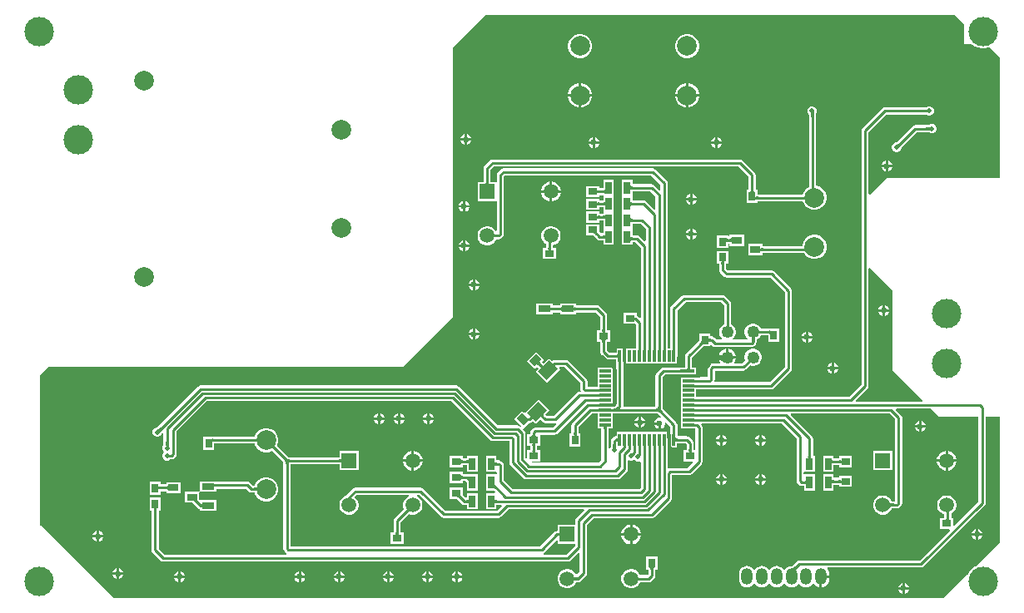
<source format=gtl>
G04*
G04 #@! TF.GenerationSoftware,Altium Limited,Altium Designer,23.5.1 (21)*
G04*
G04 Layer_Physical_Order=1*
G04 Layer_Color=255*
%FSLAX25Y25*%
%MOIN*%
G70*
G04*
G04 #@! TF.SameCoordinates,AFD14176-74B1-4AA8-BEBF-F55300C3C1FD*
G04*
G04*
G04 #@! TF.FilePolarity,Positive*
G04*
G01*
G75*
%ADD15R,0.03100X0.03800*%
%ADD16R,0.04331X0.03150*%
%ADD17R,0.02756X0.05118*%
%ADD18R,0.03800X0.03100*%
%ADD19R,0.04724X0.01181*%
%ADD20R,0.01181X0.04724*%
%ADD21R,0.05118X0.02756*%
G04:AMPARAMS|DCode=22|XSize=31mil|YSize=38mil|CornerRadius=0mil|HoleSize=0mil|Usage=FLASHONLY|Rotation=315.000|XOffset=0mil|YOffset=0mil|HoleType=Round|Shape=Rectangle|*
%AMROTATEDRECTD22*
4,1,4,-0.02439,-0.00248,0.00248,0.02439,0.02439,0.00248,-0.00248,-0.02439,-0.02439,-0.00248,0.0*
%
%ADD22ROTATEDRECTD22*%

G04:AMPARAMS|DCode=23|XSize=62.99mil|YSize=49.21mil|CornerRadius=0mil|HoleSize=0mil|Usage=FLASHONLY|Rotation=225.000|XOffset=0mil|YOffset=0mil|HoleType=Round|Shape=Rectangle|*
%AMROTATEDRECTD23*
4,1,4,0.00487,0.03967,0.03967,0.00487,-0.00487,-0.03967,-0.03967,-0.00487,0.00487,0.03967,0.0*
%
%ADD23ROTATEDRECTD23*%

G04:AMPARAMS|DCode=24|XSize=31mil|YSize=38mil|CornerRadius=0mil|HoleSize=0mil|Usage=FLASHONLY|Rotation=225.000|XOffset=0mil|YOffset=0mil|HoleType=Round|Shape=Rectangle|*
%AMROTATEDRECTD24*
4,1,4,-0.00248,0.02439,0.02439,-0.00248,0.00248,-0.02439,-0.02439,0.00248,-0.00248,0.02439,0.0*
%
%ADD24ROTATEDRECTD24*%

%ADD38R,0.05900X0.05900*%
%ADD41C,0.01000*%
%ADD42C,0.11811*%
%ADD43O,0.04724X0.06693*%
%ADD44C,0.07874*%
%ADD45C,0.05900*%
%ADD46C,0.04921*%
%ADD47C,0.02362*%
%ADD48C,0.01968*%
G36*
X757171Y589468D02*
X757121Y589504D01*
X757043Y589537D01*
X756939Y589565D01*
X756807Y589590D01*
X756649Y589610D01*
X756251Y589641D01*
X755451Y589657D01*
Y590658D01*
X755745Y590659D01*
X756807Y590726D01*
X756939Y590750D01*
X757043Y590778D01*
X757121Y590810D01*
X757171Y590846D01*
Y589468D01*
D02*
G37*
G36*
X771850Y625001D02*
Y616881D01*
X775067D01*
X775188Y616760D01*
X776303Y616015D01*
X777542Y615502D01*
X778857Y615240D01*
X780198D01*
X781513Y615502D01*
X782232Y615800D01*
X786282Y611750D01*
Y563386D01*
X740945D01*
X734174Y556615D01*
X733712Y556807D01*
Y581692D01*
X740749Y588728D01*
X756636D01*
X756806Y588559D01*
X757499Y588272D01*
X758249D01*
X758942Y588559D01*
X759473Y589089D01*
X759760Y589782D01*
Y590533D01*
X759473Y591226D01*
X758942Y591756D01*
X758249Y592043D01*
X757499D01*
X756806Y591756D01*
X756636Y591586D01*
X740158D01*
X740158Y591586D01*
X739611Y591478D01*
X739147Y591168D01*
X739147Y591168D01*
X731273Y583294D01*
X730963Y582830D01*
X730854Y582283D01*
Y480513D01*
X725983Y475642D01*
X664677D01*
Y478689D01*
X694685D01*
X695232Y478798D01*
X695695Y479108D01*
X702585Y485997D01*
X702585Y485997D01*
X702895Y486461D01*
X703004Y487008D01*
X703004Y487008D01*
Y518110D01*
X702895Y518657D01*
X702585Y519121D01*
X702585Y519121D01*
X695892Y525814D01*
X695429Y526123D01*
X694882Y526232D01*
X677364D01*
X676626Y526970D01*
Y528895D01*
X677448D01*
Y534096D01*
X672946D01*
Y528895D01*
X673768D01*
Y526378D01*
X673877Y525831D01*
X674186Y525367D01*
X675761Y523793D01*
X675761Y523793D01*
X676225Y523483D01*
X676772Y523374D01*
X694290D01*
X700146Y517518D01*
Y487600D01*
X694093Y481547D01*
X672233D01*
X671966Y482047D01*
X672018Y482126D01*
X672127Y482672D01*
Y486067D01*
X683441D01*
X683988Y486176D01*
X684451Y486486D01*
X686250Y488284D01*
X686959Y488095D01*
X687844D01*
X688699Y488324D01*
X689466Y488766D01*
X690092Y489392D01*
X690535Y490159D01*
X690764Y491014D01*
Y491899D01*
X690535Y492755D01*
X690092Y493521D01*
X689466Y494147D01*
X688699Y494590D01*
X687844Y494819D01*
X686959D01*
X686104Y494590D01*
X685337Y494147D01*
X684711Y493521D01*
X684269Y492755D01*
X684039Y491899D01*
Y491014D01*
X684229Y490305D01*
X682849Y488925D01*
X680163D01*
X679988Y489425D01*
X680390Y490121D01*
X680614Y490957D01*
X677165D01*
X675430D01*
X675493Y489652D01*
X675216Y489877D01*
X674897Y490079D01*
X674537Y490257D01*
X674135Y490411D01*
X673840Y490498D01*
X673941Y490121D01*
X674342Y489425D01*
X674167Y488925D01*
X671367D01*
X670820Y488816D01*
X670357Y488507D01*
X669688Y487838D01*
X669378Y487374D01*
X669269Y486827D01*
Y483516D01*
X661614D01*
X661067Y483407D01*
X661024Y483378D01*
X658551D01*
Y478827D01*
Y474890D01*
Y470953D01*
Y467016D01*
Y463079D01*
X661024D01*
X661067Y463050D01*
X661614Y462941D01*
X664172D01*
X664319Y462794D01*
Y454219D01*
X663634D01*
Y457086D01*
X663634Y457086D01*
X663525Y457633D01*
X663216Y458097D01*
X663216Y458097D01*
X661837Y459475D01*
X661374Y459785D01*
X660827Y459894D01*
X657138D01*
Y464370D01*
X657138Y464370D01*
X657029Y464917D01*
X656719Y465381D01*
X651232Y470867D01*
Y483660D01*
X652167Y484595D01*
X661614D01*
X662161Y484703D01*
X662204Y484732D01*
X664677D01*
Y487315D01*
X663043D01*
Y491337D01*
X667530Y495824D01*
X670361D01*
Y496256D01*
X670823Y496447D01*
X671163Y496108D01*
X671626Y495798D01*
X672173Y495689D01*
X672173Y495689D01*
X686816D01*
X687363Y495798D01*
X687826Y496108D01*
X688412Y496693D01*
X688722Y497157D01*
X688831Y497704D01*
Y498518D01*
X689466Y498884D01*
X690092Y499510D01*
X690459Y500146D01*
X693419D01*
Y497793D01*
X697920D01*
Y502995D01*
X694534D01*
X694489Y503004D01*
X690459D01*
X690092Y503639D01*
X689466Y504265D01*
X688699Y504708D01*
X687844Y504937D01*
X686959D01*
X686104Y504708D01*
X685337Y504265D01*
X684711Y503639D01*
X684269Y502873D01*
X684039Y502017D01*
Y501132D01*
X684269Y500277D01*
X684711Y499510D01*
X685174Y499047D01*
X684967Y498547D01*
X679600D01*
X679393Y499047D01*
X679856Y499510D01*
X680298Y500277D01*
X680527Y501132D01*
Y502017D01*
X680298Y502873D01*
X679856Y503639D01*
X679230Y504265D01*
X678594Y504632D01*
Y512992D01*
X678486Y513539D01*
X678176Y514003D01*
X676207Y515971D01*
X675744Y516281D01*
X675197Y516390D01*
X659842D01*
X659296Y516281D01*
X658832Y515971D01*
X654698Y511837D01*
X654388Y511374D01*
X654280Y510827D01*
Y494992D01*
X653201D01*
Y561221D01*
X653092Y561767D01*
X652782Y562231D01*
X648255Y566758D01*
X647791Y567068D01*
X647244Y567177D01*
X587402D01*
X587402Y567177D01*
X586855Y567068D01*
X586391Y566758D01*
X585210Y565577D01*
X584900Y565114D01*
X584791Y564567D01*
Y562218D01*
X584773Y561726D01*
X584291Y561726D01*
X582350D01*
Y566550D01*
X583663Y567862D01*
X681692D01*
X685579Y563975D01*
Y558507D01*
X684757D01*
Y553305D01*
X689259D01*
Y553917D01*
X707323D01*
X707440Y553479D01*
X708077Y552376D01*
X708978Y551475D01*
X710081Y550838D01*
X711312Y550508D01*
X712586D01*
X713816Y550838D01*
X714920Y551475D01*
X715821Y552376D01*
X716458Y553479D01*
X716787Y554709D01*
Y555983D01*
X716458Y557214D01*
X715821Y558317D01*
X714920Y559218D01*
X713816Y559855D01*
X712638Y560171D01*
Y589127D01*
X712909Y589782D01*
Y590533D01*
X712622Y591226D01*
X712092Y591756D01*
X711399Y592043D01*
X710648D01*
X709955Y591756D01*
X709425Y591226D01*
X709138Y590533D01*
Y589782D01*
X709425Y589089D01*
X709780Y588734D01*
Y559681D01*
X708978Y559218D01*
X708077Y558317D01*
X707440Y557214D01*
X707323Y556776D01*
X689259D01*
Y558507D01*
X688437D01*
Y564567D01*
X688437Y564567D01*
X688328Y565114D01*
X688018Y565577D01*
X683294Y570302D01*
X682830Y570612D01*
X682283Y570720D01*
X583071D01*
X582524Y570612D01*
X582060Y570302D01*
X582060Y570302D01*
X579911Y568152D01*
X579601Y567689D01*
X579492Y567142D01*
Y561726D01*
X577070D01*
Y554023D01*
X584773Y554022D01*
X584791Y553530D01*
Y542157D01*
X584291Y542023D01*
X584003Y542522D01*
X583286Y543239D01*
X582408Y543747D01*
X581428Y544009D01*
X580414D01*
X579435Y543747D01*
X578556Y543239D01*
X577839Y542522D01*
X577332Y541644D01*
X577070Y540664D01*
Y539650D01*
X577332Y538671D01*
X577839Y537793D01*
X578556Y537076D01*
X579435Y536568D01*
X580414Y536306D01*
X581428D01*
X582408Y536568D01*
X583286Y537076D01*
X584003Y537793D01*
X584510Y538671D01*
X584526Y538728D01*
X585635D01*
X586181Y538837D01*
X586645Y539147D01*
X587231Y539733D01*
X587541Y540196D01*
X587649Y540743D01*
Y563975D01*
X587993Y564319D01*
X646652D01*
X650343Y560629D01*
Y558631D01*
X649881Y558439D01*
X647861Y560459D01*
X647397Y560769D01*
X646850Y560878D01*
X639087D01*
Y562488D01*
X634930D01*
Y555969D01*
Y549693D01*
Y543197D01*
X634930D01*
X634929Y543024D01*
X634929D01*
Y536504D01*
X639087D01*
Y537547D01*
X640353D01*
X642469Y535432D01*
Y507450D01*
X642007Y507259D01*
X641168Y508097D01*
X640790Y508350D01*
Y509337D01*
X635589D01*
Y504836D01*
X640388D01*
X640500Y504723D01*
Y494992D01*
X636701D01*
Y488866D01*
X657000D01*
Y491339D01*
X657029Y491382D01*
X657138Y491929D01*
Y510235D01*
X660434Y513532D01*
X674605D01*
X675736Y512400D01*
Y504632D01*
X675101Y504265D01*
X674475Y503639D01*
X674032Y502873D01*
X673803Y502017D01*
Y501132D01*
X674032Y500277D01*
X674475Y499510D01*
X674938Y499047D01*
X674731Y498547D01*
X672765D01*
X671877Y499435D01*
X671413Y499745D01*
X670866Y499854D01*
X670361D01*
Y501026D01*
X665860D01*
Y498195D01*
X660604Y492939D01*
X660294Y492476D01*
X660185Y491929D01*
Y487453D01*
X651575D01*
X651575Y487453D01*
X651028Y487344D01*
X650564Y487034D01*
X650564Y487034D01*
X648793Y485262D01*
X648483Y484799D01*
X648374Y484252D01*
Y471705D01*
X635604D01*
X635484Y471850D01*
X635484Y471850D01*
Y491929D01*
X635375Y492476D01*
X635347Y492519D01*
Y494992D01*
X632764D01*
Y493358D01*
X629923D01*
X628988Y494293D01*
Y497749D01*
X630160D01*
Y502251D01*
X628988D01*
Y508267D01*
X628879Y508814D01*
X628569Y509278D01*
X628569Y509278D01*
X626010Y511837D01*
X625546Y512147D01*
X624999Y512256D01*
X616646D01*
Y512906D01*
X610126D01*
Y512256D01*
X607197D01*
Y512906D01*
X600677D01*
Y508748D01*
X607197D01*
Y509398D01*
X610126D01*
Y508748D01*
X616646D01*
Y509398D01*
X624407D01*
X626130Y507675D01*
Y502251D01*
X624958D01*
Y497749D01*
X626130D01*
Y493701D01*
X626239Y493154D01*
X626549Y492690D01*
X628320Y490919D01*
X628784Y490609D01*
X629331Y490500D01*
X632626D01*
Y472442D01*
X631888Y471705D01*
X622244D01*
X621697Y471596D01*
X621234Y471286D01*
X621234Y471286D01*
X615131Y465184D01*
X614821Y464720D01*
X614713Y464173D01*
Y460869D01*
X613891D01*
Y455667D01*
X618393D01*
Y460869D01*
X617571D01*
Y463581D01*
X622836Y468847D01*
X625087D01*
Y467016D01*
Y463079D01*
X626721D01*
Y450395D01*
X625518Y449193D01*
X598642D01*
X598625Y449218D01*
X598893Y449718D01*
X602207D01*
Y454219D01*
X601035D01*
Y456017D01*
X602207D01*
Y460382D01*
X607874D01*
X608421Y460491D01*
X608884Y460801D01*
X620867Y472784D01*
X628150D01*
X628696Y472892D01*
X628740Y472921D01*
X631213D01*
Y474890D01*
Y478827D01*
Y482764D01*
Y487315D01*
X625087D01*
Y482764D01*
Y479579D01*
X621114D01*
Y481890D01*
X621005Y482437D01*
X620695Y482900D01*
X613609Y489987D01*
X613145Y490297D01*
X612598Y490405D01*
X608049D01*
X607502Y490297D01*
X607038Y489987D01*
X606950Y489898D01*
X605725Y491123D01*
X603587Y488985D01*
X602996Y489576D01*
X603824Y490405D01*
X600641Y493588D01*
X596963Y489910D01*
X600146Y486727D01*
X600975Y487556D01*
X601566Y486964D01*
X600279Y485678D01*
X604750Y481207D01*
X610196Y486652D01*
X609763Y487085D01*
X609954Y487547D01*
X612007D01*
X618256Y481298D01*
Y478740D01*
X618365Y478193D01*
X618420Y478110D01*
X618153Y477610D01*
X617913D01*
X617913Y477610D01*
X617367Y477501D01*
X616903Y477192D01*
X607676Y467965D01*
X604858D01*
X604308Y468515D01*
X606020Y470227D01*
X601549Y474698D01*
X596104Y469253D01*
X595644Y469350D01*
X595028Y469966D01*
X591845Y466783D01*
X594535Y464092D01*
X594192Y463735D01*
X593728Y464045D01*
X593181Y464153D01*
X585198D01*
X569601Y479751D01*
X569137Y480060D01*
X568590Y480169D01*
X466142D01*
X466142Y480169D01*
X465595Y480060D01*
X465131Y479751D01*
X465131Y479751D01*
X448684Y463303D01*
X448444D01*
X447751Y463016D01*
X447220Y462486D01*
X446933Y461792D01*
Y461042D01*
X447220Y460349D01*
X447751Y459819D01*
X448444Y459531D01*
X449194D01*
X449887Y459819D01*
X450418Y460349D01*
X450705Y461042D01*
X450827Y461108D01*
X451327Y460809D01*
Y456356D01*
X451157Y456186D01*
X450870Y455493D01*
Y454743D01*
X451157Y454050D01*
X451664Y453543D01*
X451157Y453037D01*
X450870Y452344D01*
Y451593D01*
X451157Y450900D01*
X451688Y450370D01*
X452381Y450083D01*
X453131D01*
X453824Y450370D01*
X453994Y450539D01*
X454532D01*
X455079Y450648D01*
X455543Y450958D01*
X456172Y451587D01*
X456172Y451587D01*
X456482Y452050D01*
X456590Y452597D01*
X456590Y452597D01*
Y461771D01*
X468728Y473910D01*
X566589D01*
X582186Y458312D01*
X582650Y458003D01*
X583197Y457894D01*
X589910D01*
Y449213D01*
X590018Y448666D01*
X590328Y448202D01*
X595446Y443084D01*
X595446Y443084D01*
X595910Y442774D01*
X596457Y442665D01*
X633273D01*
X633819Y442774D01*
X634283Y443084D01*
X636837Y445638D01*
X637147Y446102D01*
X637256Y446649D01*
Y449975D01*
X637756Y450270D01*
X638208Y450083D01*
X638958D01*
X639651Y450370D01*
X639764Y450483D01*
X640270Y449976D01*
X640964Y449689D01*
X641714D01*
X641969Y449795D01*
X642469Y449461D01*
Y439064D01*
X641991Y438587D01*
X591143D01*
X587649Y442080D01*
Y448194D01*
X587541Y448741D01*
X587231Y449204D01*
X586645Y449790D01*
X586181Y450100D01*
X585635Y450209D01*
X584559D01*
Y452039D01*
X580402D01*
Y445520D01*
X584559D01*
X584791Y445116D01*
Y444931D01*
X584559Y444527D01*
X580402D01*
Y438008D01*
X583719D01*
X584211Y437516D01*
X584004Y437016D01*
X580402D01*
Y430496D01*
X584559D01*
Y432327D01*
X586574D01*
X586765Y431865D01*
X584841Y429941D01*
X564206D01*
X555341Y438806D01*
X554878Y439115D01*
X554331Y439224D01*
X528145D01*
X527598Y439115D01*
X527134Y438806D01*
X524671Y436342D01*
X524412Y435955D01*
X524104Y435873D01*
X523226Y435365D01*
X522508Y434648D01*
X522002Y433770D01*
X521739Y432791D01*
Y431776D01*
X522002Y430797D01*
X522508Y429918D01*
X523226Y429201D01*
X524104Y428694D01*
X525083Y428432D01*
X526098D01*
X527077Y428694D01*
X527955Y429201D01*
X528673Y429918D01*
X529180Y430797D01*
X529442Y431776D01*
Y432791D01*
X529180Y433770D01*
X528673Y434648D01*
X527955Y435365D01*
X527930Y435559D01*
X528737Y436366D01*
X549605D01*
X549694Y435873D01*
X548816Y435365D01*
X548099Y434648D01*
X547592Y433770D01*
X547330Y432791D01*
Y431776D01*
X547592Y430797D01*
X547622Y430745D01*
X543871Y426994D01*
X543561Y426531D01*
X543453Y425984D01*
Y421148D01*
X542281D01*
Y416647D01*
X547482D01*
Y421148D01*
X546311D01*
Y425392D01*
X549643Y428724D01*
X549694Y428694D01*
X550674Y428432D01*
X551688D01*
X552668Y428694D01*
X553546Y429201D01*
X554263Y429918D01*
X554770Y430797D01*
X555033Y431776D01*
Y432791D01*
X554770Y433770D01*
X554263Y434648D01*
X553546Y435365D01*
X552668Y435873D01*
X552757Y436366D01*
X553739D01*
X562604Y427501D01*
X563067Y427191D01*
X563614Y427083D01*
X585433D01*
X585980Y427191D01*
X586444Y427501D01*
X589568Y430626D01*
X619684D01*
X619875Y430164D01*
X616706Y426995D01*
X616396Y426531D01*
X616288Y425984D01*
Y424324D01*
X609141D01*
Y421902D01*
X609055D01*
X608508Y421793D01*
X608045Y421483D01*
X602164Y415602D01*
X502216D01*
Y448571D01*
X521739D01*
Y446148D01*
X529442D01*
Y453852D01*
X521739D01*
Y451429D01*
X501379D01*
X496802Y456007D01*
X497028Y456400D01*
X497358Y457631D01*
Y458905D01*
X497028Y460135D01*
X496391Y461239D01*
X495491Y462140D01*
X494387Y462777D01*
X493157Y463106D01*
X491883D01*
X490652Y462777D01*
X489549Y462140D01*
X488648Y461239D01*
X488011Y460135D01*
X487893Y459697D01*
X470689D01*
X470689Y459697D01*
X470168Y459593D01*
X467163D01*
Y454392D01*
X471664D01*
Y456839D01*
X487893D01*
X488011Y456400D01*
X488648Y455297D01*
X489549Y454396D01*
X490652Y453759D01*
X491883Y453429D01*
X493157D01*
X494387Y453759D01*
X494780Y453986D01*
X499358Y449408D01*
Y414759D01*
X499467Y414212D01*
X499777Y413749D01*
X500363Y413163D01*
X500677Y412953D01*
X500526Y412453D01*
X451773D01*
X449461Y414765D01*
Y430076D01*
X450282D01*
Y435278D01*
X445781D01*
Y430076D01*
X446602D01*
Y414173D01*
X446711Y413626D01*
X447021Y413163D01*
X450171Y410013D01*
X450634Y409703D01*
X451181Y409595D01*
X613386D01*
X613933Y409703D01*
X614396Y410013D01*
X617526Y413143D01*
X617988Y412952D01*
Y405442D01*
X617017Y404471D01*
X616398Y404559D01*
X616074Y405121D01*
X615357Y405838D01*
X614479Y406345D01*
X613499Y406607D01*
X612485D01*
X611506Y406345D01*
X610627Y405838D01*
X609910Y405121D01*
X609403Y404243D01*
X609141Y403263D01*
Y402249D01*
X609403Y401269D01*
X609910Y400391D01*
X610627Y399674D01*
X611506Y399167D01*
X612485Y398904D01*
X613499D01*
X614479Y399167D01*
X615357Y399674D01*
X616074Y400391D01*
X616581Y401269D01*
X616597Y401327D01*
X617323D01*
X617870Y401436D01*
X618333Y401745D01*
X620428Y403840D01*
X620428Y403840D01*
X620738Y404304D01*
X620846Y404850D01*
X620846Y404850D01*
Y424337D01*
X623427Y426917D01*
X646850D01*
X647397Y427026D01*
X647861Y427336D01*
X654554Y434029D01*
X654864Y434492D01*
X654972Y435039D01*
X654972Y435039D01*
Y444240D01*
X661811D01*
X662358Y444349D01*
X662821Y444659D01*
X666758Y448596D01*
X666758Y448596D01*
X667068Y449059D01*
X667177Y449606D01*
Y463386D01*
X667177Y463386D01*
X667068Y463933D01*
X666758Y464396D01*
X666758Y464396D01*
X666707Y464448D01*
X666899Y464910D01*
X698888D01*
X704870Y458928D01*
Y441854D01*
X704979Y441307D01*
X705289Y440843D01*
X705874Y440257D01*
X706338Y439947D01*
X706885Y439839D01*
X707961D01*
Y438008D01*
X712118D01*
Y444527D01*
X707961D01*
X707728Y444931D01*
Y445116D01*
X707961Y445520D01*
X712118D01*
Y452039D01*
X711468D01*
Y458858D01*
X711468Y458858D01*
X711360Y459405D01*
X711050Y459869D01*
X711050Y459869D01*
X702534Y468385D01*
X702725Y468847D01*
X742125D01*
X744240Y466731D01*
Y433712D01*
X742975D01*
X742959Y433770D01*
X742452Y434648D01*
X741735Y435365D01*
X740857Y435873D01*
X739877Y436135D01*
X738863D01*
X737883Y435873D01*
X737005Y435365D01*
X736288Y434648D01*
X735781Y433770D01*
X735519Y432791D01*
Y431776D01*
X735781Y430797D01*
X736288Y429918D01*
X737005Y429201D01*
X737883Y428694D01*
X738863Y428432D01*
X739877D01*
X740857Y428694D01*
X741735Y429201D01*
X742452Y429918D01*
X742959Y430797D01*
X742975Y430854D01*
X745084D01*
X745630Y430963D01*
X746094Y431273D01*
X746680Y431859D01*
X746989Y432322D01*
X747098Y432869D01*
Y467323D01*
X746989Y467870D01*
X746680Y468333D01*
X746680Y468333D01*
X744660Y470353D01*
X744851Y470815D01*
X758712D01*
X761811Y467717D01*
X777705D01*
Y433663D01*
X768024Y423982D01*
X767562Y424173D01*
Y427054D01*
X766784D01*
Y428889D01*
X767326Y429201D01*
X768043Y429918D01*
X768550Y430797D01*
X768812Y431776D01*
Y432791D01*
X768550Y433770D01*
X768043Y434648D01*
X767326Y435365D01*
X766447Y435873D01*
X765468Y436135D01*
X764454D01*
X763474Y435873D01*
X762596Y435365D01*
X761879Y434648D01*
X761372Y433770D01*
X761109Y432791D01*
Y431776D01*
X761372Y430797D01*
X761879Y429918D01*
X762596Y429201D01*
X763474Y428694D01*
X763926Y428573D01*
Y427054D01*
X762360D01*
Y422552D01*
X765941D01*
X766132Y422090D01*
X754133Y410090D01*
X705906D01*
X705905Y410090D01*
X705359Y409982D01*
X704895Y409672D01*
X704895Y409672D01*
X703009Y407786D01*
X702756Y407820D01*
X701904Y407707D01*
X701110Y407378D01*
X700428Y406855D01*
X700108Y406439D01*
X699498D01*
X699178Y406855D01*
X698496Y407378D01*
X697702Y407707D01*
X696850Y407820D01*
X695998Y407707D01*
X695204Y407378D01*
X694523Y406855D01*
X694203Y406439D01*
X693592D01*
X693273Y406855D01*
X692591Y407378D01*
X691797Y407707D01*
X690945Y407820D01*
X690093Y407707D01*
X689299Y407378D01*
X688617Y406855D01*
X688298Y406439D01*
X687687D01*
X687367Y406855D01*
X686685Y407378D01*
X685891Y407707D01*
X685039Y407820D01*
X684187Y407707D01*
X683393Y407378D01*
X682712Y406855D01*
X682189Y406174D01*
X681860Y405380D01*
X681747Y404528D01*
Y402559D01*
X681860Y401707D01*
X682189Y400913D01*
X682712Y400231D01*
X683393Y399708D01*
X684187Y399379D01*
X685039Y399267D01*
X685891Y399379D01*
X686685Y399708D01*
X687367Y400231D01*
X687687Y400648D01*
X688298D01*
X688617Y400231D01*
X689299Y399708D01*
X690093Y399379D01*
X690945Y399267D01*
X691797Y399379D01*
X692591Y399708D01*
X693273Y400231D01*
X693592Y400648D01*
X694203D01*
X694523Y400231D01*
X695204Y399708D01*
X695998Y399379D01*
X696850Y399267D01*
X697702Y399379D01*
X698496Y399708D01*
X699178Y400231D01*
X699498Y400648D01*
X700108D01*
X700428Y400231D01*
X701110Y399708D01*
X701904Y399379D01*
X702756Y399267D01*
X703608Y399379D01*
X704402Y399708D01*
X705084Y400231D01*
X705403Y400648D01*
X706014D01*
X706334Y400231D01*
X707015Y399708D01*
X707809Y399379D01*
X708661Y399267D01*
X709513Y399379D01*
X710307Y399708D01*
X710989Y400231D01*
X711237Y400554D01*
X711867D01*
X712169Y400161D01*
X712871Y399622D01*
X713689Y399283D01*
X714067Y399234D01*
Y403543D01*
X714567D01*
Y404043D01*
X717958D01*
Y404528D01*
X717843Y405405D01*
X717504Y406223D01*
X717113Y406732D01*
X717357Y407232D01*
X754724D01*
X755271Y407341D01*
X755735Y407651D01*
X780144Y432060D01*
X780144Y432060D01*
X780454Y432524D01*
X780563Y433071D01*
X780563Y433071D01*
Y467717D01*
X786282D01*
Y417384D01*
X776647Y407750D01*
X776303Y407607D01*
X775188Y406862D01*
X774240Y405914D01*
X773495Y404799D01*
X773353Y404455D01*
X763718Y394821D01*
X431557D01*
X401968Y424409D01*
Y484252D01*
X405512Y487795D01*
X547638D01*
X567323Y507480D01*
Y615748D01*
X580376Y628801D01*
X768049D01*
X771850Y625001D01*
D02*
G37*
G36*
X711790Y589524D02*
X711773Y589454D01*
X711758Y589357D01*
X711734Y589076D01*
X711710Y588173D01*
X711709Y587876D01*
X710709Y587650D01*
X710707Y587943D01*
X710651Y588839D01*
X710626Y588994D01*
X710596Y589122D01*
X710562Y589221D01*
X710523Y589293D01*
X710479Y589337D01*
X711809Y589564D01*
X711790Y589524D01*
D02*
G37*
G36*
X581426Y561620D02*
X581441Y561448D01*
X581466Y561296D01*
X581501Y561164D01*
X581546Y561053D01*
X581601Y560962D01*
X581666Y560891D01*
X581741Y560841D01*
X581826Y560810D01*
X581921Y560800D01*
X579921D01*
X580016Y560810D01*
X580101Y560841D01*
X580176Y560891D01*
X580241Y560962D01*
X580296Y561053D01*
X580341Y561164D01*
X580376Y561296D01*
X580401Y561448D01*
X580416Y561620D01*
X580421Y561812D01*
X581421D01*
X581426Y561620D01*
D02*
G37*
G36*
X638384Y560354D02*
X638414Y560269D01*
X638464Y560194D01*
X638534Y560129D01*
X638624Y560074D01*
X638734Y560029D01*
X638864Y559994D01*
X639014Y559969D01*
X639184Y559954D01*
X639374Y559949D01*
Y558949D01*
X639184Y558944D01*
X639014Y558929D01*
X638864Y558904D01*
X638734Y558869D01*
X638624Y558824D01*
X638534Y558769D01*
X638464Y558704D01*
X638414Y558629D01*
X638384Y558544D01*
X638374Y558449D01*
Y560449D01*
X638384Y560354D01*
D02*
G37*
G36*
X687513Y558602D02*
X687528Y558430D01*
X687553Y558278D01*
X687588Y558146D01*
X687633Y558035D01*
X687688Y557944D01*
X687753Y557873D01*
X687828Y557822D01*
X687913Y557792D01*
X688008Y557782D01*
X686008D01*
X686103Y557792D01*
X686188Y557822D01*
X686263Y557873D01*
X686328Y557944D01*
X686383Y558035D01*
X686428Y558146D01*
X686463Y558278D01*
X686488Y558430D01*
X686503Y558602D01*
X686508Y558794D01*
X687508D01*
X687513Y558602D01*
D02*
G37*
G36*
X688544Y556251D02*
X688574Y556167D01*
X688625Y556091D01*
X688696Y556027D01*
X688787Y555971D01*
X688898Y555927D01*
X689030Y555892D01*
X689182Y555866D01*
X689354Y555852D01*
X689546Y555847D01*
Y554846D01*
X689354Y554842D01*
X689182Y554826D01*
X689030Y554802D01*
X688898Y554767D01*
X688787Y554721D01*
X688696Y554667D01*
X688625Y554601D01*
X688574Y554527D01*
X688544Y554441D01*
X688534Y554347D01*
Y556347D01*
X688544Y556251D01*
D02*
G37*
G36*
X638384Y553858D02*
X638414Y553773D01*
X638464Y553698D01*
X638534Y553633D01*
X638624Y553578D01*
X638734Y553533D01*
X638864Y553498D01*
X639014Y553473D01*
X639184Y553458D01*
X639374Y553453D01*
Y552453D01*
X639184Y552448D01*
X639014Y552433D01*
X638864Y552408D01*
X638734Y552373D01*
X638624Y552328D01*
X638534Y552273D01*
X638464Y552208D01*
X638414Y552133D01*
X638384Y552048D01*
X638374Y551953D01*
Y553953D01*
X638384Y553858D01*
D02*
G37*
G36*
X648374Y555904D02*
Y550757D01*
X647912Y550565D01*
X644514Y553963D01*
X644051Y554273D01*
X643504Y554382D01*
X639087D01*
Y558020D01*
X646258D01*
X648374Y555904D01*
D02*
G37*
G36*
X638384Y547362D02*
X638414Y547277D01*
X638464Y547202D01*
X638534Y547137D01*
X638624Y547082D01*
X638734Y547037D01*
X638864Y547002D01*
X639014Y546977D01*
X639184Y546962D01*
X639374Y546957D01*
Y545957D01*
X639184Y545952D01*
X639014Y545937D01*
X638864Y545912D01*
X638734Y545877D01*
X638624Y545832D01*
X638534Y545777D01*
X638464Y545712D01*
X638414Y545637D01*
X638384Y545552D01*
X638374Y545457D01*
Y547457D01*
X638384Y547362D01*
D02*
G37*
G36*
X583801Y540877D02*
X583867Y540831D01*
X583967Y540791D01*
X584102Y540755D01*
X584272Y540725D01*
X584476Y540701D01*
X584986Y540668D01*
X585635Y540658D01*
Y539657D01*
X585293Y539655D01*
X584272Y539590D01*
X584102Y539560D01*
X583967Y539524D01*
X583867Y539484D01*
X583801Y539438D01*
X583769Y539386D01*
Y540929D01*
X583801Y540877D01*
D02*
G37*
G36*
X638384Y539881D02*
X638414Y539796D01*
X638464Y539721D01*
X638534Y539656D01*
X638624Y539601D01*
X638734Y539556D01*
X638864Y539521D01*
X639014Y539496D01*
X639184Y539481D01*
X639374Y539476D01*
Y538476D01*
X639184Y538471D01*
X639014Y538456D01*
X638864Y538431D01*
X638734Y538396D01*
X638624Y538351D01*
X638534Y538296D01*
X638464Y538231D01*
X638414Y538156D01*
X638384Y538071D01*
X638374Y537976D01*
Y539976D01*
X638384Y539881D01*
D02*
G37*
G36*
X644437Y542912D02*
Y538158D01*
X643975Y537967D01*
X641955Y539987D01*
X641492Y540297D01*
X640945Y540405D01*
X639087D01*
Y543024D01*
X639087D01*
X639087Y543197D01*
X639087D01*
Y545028D01*
X642321D01*
X644437Y542912D01*
D02*
G37*
G36*
X676102Y529598D02*
X676017Y529568D01*
X675942Y529518D01*
X675877Y529448D01*
X675822Y529358D01*
X675777Y529248D01*
X675742Y529118D01*
X675717Y528968D01*
X675702Y528798D01*
X675697Y528608D01*
X674697D01*
X674692Y528798D01*
X674677Y528968D01*
X674652Y529118D01*
X674617Y529248D01*
X674572Y529358D01*
X674517Y529448D01*
X674452Y529518D01*
X674377Y529568D01*
X674292Y529598D01*
X674197Y529608D01*
X676197D01*
X676102Y529598D01*
D02*
G37*
G36*
X615931Y511732D02*
X615961Y511647D01*
X616012Y511572D01*
X616083Y511507D01*
X616174Y511452D01*
X616285Y511407D01*
X616417Y511372D01*
X616569Y511347D01*
X616741Y511332D01*
X616933Y511327D01*
Y510327D01*
X616741Y510322D01*
X616569Y510307D01*
X616417Y510282D01*
X616285Y510247D01*
X616174Y510202D01*
X616083Y510147D01*
X616012Y510082D01*
X615961Y510007D01*
X615931Y509922D01*
X615921Y509827D01*
Y511827D01*
X615931Y511732D01*
D02*
G37*
G36*
X610851Y509827D02*
X610841Y509922D01*
X610810Y510007D01*
X610760Y510082D01*
X610689Y510147D01*
X610598Y510202D01*
X610487Y510247D01*
X610355Y510282D01*
X610203Y510307D01*
X610031Y510322D01*
X609839Y510327D01*
Y511327D01*
X610031Y511332D01*
X610203Y511347D01*
X610355Y511372D01*
X610487Y511407D01*
X610598Y511452D01*
X610689Y511507D01*
X610760Y511572D01*
X610810Y511647D01*
X610841Y511732D01*
X610851Y511827D01*
Y509827D01*
D02*
G37*
G36*
X606482Y511732D02*
X606512Y511647D01*
X606563Y511572D01*
X606634Y511507D01*
X606725Y511452D01*
X606836Y511407D01*
X606968Y511372D01*
X607120Y511347D01*
X607292Y511332D01*
X607484Y511327D01*
Y510327D01*
X607292Y510322D01*
X607120Y510307D01*
X606968Y510282D01*
X606836Y510247D01*
X606725Y510202D01*
X606634Y510147D01*
X606563Y510082D01*
X606512Y510007D01*
X606482Y509922D01*
X606472Y509827D01*
Y511827D01*
X606482Y511732D01*
D02*
G37*
G36*
X628064Y502346D02*
X628079Y502174D01*
X628104Y502022D01*
X628139Y501890D01*
X628184Y501779D01*
X628239Y501688D01*
X628304Y501617D01*
X628379Y501567D01*
X628464Y501536D01*
X628559Y501526D01*
X626559D01*
X626654Y501536D01*
X626739Y501567D01*
X626814Y501617D01*
X626879Y501688D01*
X626934Y501779D01*
X626979Y501890D01*
X627014Y502022D01*
X627039Y502174D01*
X627054Y502346D01*
X627059Y502538D01*
X628059D01*
X628064Y502346D01*
D02*
G37*
G36*
X694143Y500575D02*
X694133Y500670D01*
X694102Y500755D01*
X694051Y500830D01*
X693980Y500895D01*
X693889Y500950D01*
X693777Y500995D01*
X693646Y501030D01*
X693495Y501055D01*
X693323Y501070D01*
X693131Y501075D01*
Y502075D01*
X693321Y502077D01*
X693771Y502108D01*
X693881Y502127D01*
X693971Y502149D01*
X694041Y502176D01*
X694091Y502208D01*
X694121Y502243D01*
X694131Y502282D01*
X694143Y500575D01*
D02*
G37*
G36*
X687996Y499172D02*
X687977Y499123D01*
X687959Y499046D01*
X687944Y498940D01*
X687920Y498642D01*
X687902Y497704D01*
X686902D01*
X686900Y497981D01*
X686827Y499123D01*
X686807Y499172D01*
X686785Y499193D01*
X688019D01*
X687996Y499172D01*
D02*
G37*
G36*
X628464Y498464D02*
X628379Y498433D01*
X628304Y498383D01*
X628239Y498312D01*
X628184Y498221D01*
X628139Y498110D01*
X628104Y497978D01*
X628079Y497826D01*
X628064Y497654D01*
X628059Y497462D01*
X627059D01*
X627054Y497654D01*
X627039Y497826D01*
X627014Y497978D01*
X626979Y498110D01*
X626934Y498221D01*
X626879Y498312D01*
X626814Y498383D01*
X626739Y498433D01*
X626654Y498464D01*
X626559Y498474D01*
X628559D01*
X628464Y498464D01*
D02*
G37*
G36*
X669646Y499330D02*
X669677Y499245D01*
X669727Y499170D01*
X669798Y499105D01*
X669889Y499050D01*
X670001Y499005D01*
X670132Y498970D01*
X670284Y498945D01*
X670456Y498930D01*
X670648Y498925D01*
Y497925D01*
X670456Y497920D01*
X670284Y497905D01*
X670132Y497880D01*
X670001Y497845D01*
X669889Y497800D01*
X669798Y497745D01*
X669727Y497680D01*
X669677Y497605D01*
X669646Y497520D01*
X669636Y497425D01*
Y499425D01*
X669646Y499330D01*
D02*
G37*
G36*
X667636Y496549D02*
X667575Y496620D01*
X667496Y496659D01*
X667400Y496666D01*
X667285Y496642D01*
X667153Y496586D01*
X667002Y496498D01*
X666834Y496379D01*
X666648Y496228D01*
X666222Y495830D01*
X665865Y496887D01*
X666049Y497077D01*
X666341Y497426D01*
X666451Y497583D01*
X666535Y497730D01*
X666594Y497866D01*
X666629Y497991D01*
X666639Y498105D01*
X666624Y498209D01*
X666584Y498301D01*
X667636Y496549D01*
D02*
G37*
G36*
X656210Y495089D02*
X656259Y494319D01*
X656272Y494289D01*
X656287Y494279D01*
X655130D01*
X655145Y494289D01*
X655158Y494319D01*
X655170Y494369D01*
X655180Y494439D01*
X655196Y494639D01*
X655209Y495279D01*
X656209D01*
X656210Y495089D01*
D02*
G37*
G36*
X633489Y490929D02*
X633478Y491024D01*
X633448Y491109D01*
X633397Y491184D01*
X633327Y491249D01*
X633236Y491304D01*
X633124Y491349D01*
X632993Y491384D01*
X632841Y491409D01*
X632669Y491424D01*
X632477Y491429D01*
Y492429D01*
X632669Y492434D01*
X632841Y492449D01*
X632993Y492474D01*
X633124Y492509D01*
X633236Y492554D01*
X633327Y492609D01*
X633397Y492674D01*
X633448Y492749D01*
X633478Y492834D01*
X633489Y492929D01*
Y490929D01*
D02*
G37*
G36*
X608402Y488623D02*
X608290Y488506D01*
X608117Y488295D01*
X608056Y488200D01*
X608011Y488112D01*
X607983Y488032D01*
X607972Y487959D01*
X607978Y487893D01*
X608001Y487834D01*
X608040Y487783D01*
X606855Y488968D01*
X606907Y488929D01*
X606965Y488906D01*
X607031Y488900D01*
X607104Y488911D01*
X607185Y488939D01*
X607272Y488983D01*
X607367Y489045D01*
X607469Y489123D01*
X607579Y489218D01*
X607695Y489330D01*
X608402Y488623D01*
D02*
G37*
G36*
X634619Y489569D02*
X634605Y489539D01*
X634594Y489489D01*
X634583Y489419D01*
X634568Y489219D01*
X634555Y488579D01*
X633555D01*
X633554Y488769D01*
X633505Y489539D01*
X633492Y489569D01*
X633477Y489579D01*
X634634D01*
X634619Y489569D01*
D02*
G37*
G36*
X602120Y489711D02*
X602081Y489630D01*
X602064Y489541D01*
X602068Y489445D01*
X602094Y489341D01*
X602141Y489231D01*
X602209Y489113D01*
X602298Y488988D01*
X602410Y488856D01*
X602542Y488716D01*
X601835Y488009D01*
X601695Y488142D01*
X601563Y488253D01*
X601438Y488342D01*
X601320Y488411D01*
X601210Y488458D01*
X601106Y488483D01*
X601010Y488487D01*
X600921Y488470D01*
X600840Y488431D01*
X600766Y488371D01*
X602180Y489785D01*
X602120Y489711D01*
D02*
G37*
G36*
X602865Y488401D02*
X602995Y488291D01*
X603119Y488203D01*
X603236Y488136D01*
X603345Y488090D01*
X603448Y488065D01*
X603544Y488061D01*
X603632Y488079D01*
X603713Y488118D01*
X603787Y488178D01*
X602373Y486764D01*
X602433Y486838D01*
X602472Y486919D01*
X602490Y487008D01*
X602486Y487103D01*
X602462Y487206D01*
X602416Y487315D01*
X602348Y487432D01*
X602260Y487556D01*
X602150Y487686D01*
X602020Y487824D01*
X602727Y488531D01*
X602865Y488401D01*
D02*
G37*
G36*
X662119Y487410D02*
X662134Y487238D01*
X662159Y487086D01*
X662194Y486954D01*
X662239Y486843D01*
X662294Y486752D01*
X662359Y486681D01*
X662434Y486631D01*
X662519Y486600D01*
X662614Y486590D01*
X660614D01*
X660709Y486600D01*
X660794Y486631D01*
X660869Y486681D01*
X660934Y486752D01*
X660989Y486843D01*
X661034Y486954D01*
X661069Y487086D01*
X661094Y487238D01*
X661109Y487410D01*
X661114Y487602D01*
X662114D01*
X662119Y487410D01*
D02*
G37*
G36*
X659264Y485445D02*
X659254Y485460D01*
X659224Y485473D01*
X659174Y485485D01*
X659104Y485495D01*
X658904Y485511D01*
X658264Y485524D01*
Y486524D01*
X658454Y486524D01*
X659224Y486574D01*
X659254Y486587D01*
X659264Y486602D01*
Y485445D01*
D02*
G37*
G36*
X743307Y518110D02*
Y486221D01*
X755393Y474135D01*
X755201Y473673D01*
X728710D01*
X728518Y474135D01*
X733294Y478911D01*
X733604Y479374D01*
X733712Y479921D01*
X733712Y479921D01*
Y527052D01*
X734174Y527243D01*
X743307Y518110D01*
D02*
G37*
G36*
X634270Y471348D02*
X634180Y471228D01*
X634124Y471122D01*
X634102Y471030D01*
X634114Y470952D01*
X634161Y470889D01*
X634241Y470839D01*
X634356Y470804D01*
X634505Y470783D01*
X634687Y470776D01*
X632480Y469776D01*
X631273Y470776D01*
X631470Y470783D01*
X631662Y470804D01*
X631847Y470839D01*
X632026Y470889D01*
X632200Y470952D01*
X632368Y471030D01*
X632530Y471122D01*
X632686Y471228D01*
X632836Y471348D01*
X632980Y471483D01*
X634395D01*
X634270Y471348D01*
D02*
G37*
G36*
X625799Y469697D02*
X625789Y469712D01*
X625759Y469725D01*
X625709Y469737D01*
X625639Y469747D01*
X625439Y469763D01*
X624799Y469776D01*
Y470776D01*
X624989Y470776D01*
X625759Y470826D01*
X625789Y470839D01*
X625799Y470854D01*
Y469697D01*
D02*
G37*
G36*
X650303Y471483D02*
X650310Y471286D01*
X650331Y471094D01*
X650367Y470909D01*
X650416Y470730D01*
X650480Y470556D01*
X650558Y470388D01*
X650650Y470226D01*
X650756Y470070D01*
X650876Y469920D01*
X651010Y469776D01*
X650303Y469068D01*
X650159Y469203D01*
X650009Y469323D01*
X649853Y469429D01*
X649691Y469521D01*
X649523Y469599D01*
X649349Y469662D01*
X649170Y469712D01*
X648984Y469747D01*
X648793Y469768D01*
X648596Y469776D01*
X648303Y470776D01*
X648493Y470786D01*
X648663Y470816D01*
X648813Y470866D01*
X648943Y470936D01*
X649053Y471026D01*
X649143Y471136D01*
X649213Y471266D01*
X649263Y471416D01*
X649293Y471586D01*
X649303Y471776D01*
X650303Y471483D01*
D02*
G37*
G36*
X603432Y468650D02*
X603393Y468569D01*
X603376Y468480D01*
X603380Y468384D01*
X603406Y468280D01*
X603452Y468170D01*
X603521Y468052D01*
X603610Y467927D01*
X603721Y467795D01*
X603854Y467655D01*
X603147Y466948D01*
X603007Y467081D01*
X602875Y467192D01*
X602750Y467281D01*
X602632Y467350D01*
X602522Y467396D01*
X602418Y467422D01*
X602322Y467426D01*
X602233Y467409D01*
X602152Y467370D01*
X602077Y467310D01*
X603492Y468724D01*
X603432Y468650D01*
D02*
G37*
G36*
X599559Y466823D02*
X599484Y466883D01*
X599403Y466922D01*
X599314Y466939D01*
X599218Y466935D01*
X599115Y466909D01*
X599004Y466862D01*
X598886Y466794D01*
X598761Y466705D01*
X598629Y466593D01*
X598490Y466461D01*
X597782Y467168D01*
X597915Y467308D01*
X598026Y467440D01*
X598115Y467565D01*
X598184Y467683D01*
X598231Y467793D01*
X598256Y467897D01*
X598260Y467993D01*
X598243Y468081D01*
X598205Y468163D01*
X598144Y468237D01*
X599559Y466823D01*
D02*
G37*
G36*
X603256Y465525D02*
X603720Y465215D01*
X604267Y465106D01*
X608268D01*
X608484Y465149D01*
X608731Y464689D01*
X607282Y463240D01*
X600192D01*
X599645Y463131D01*
X599181Y462821D01*
X598595Y462236D01*
X598286Y461772D01*
X598177Y461225D01*
Y460519D01*
X597005D01*
Y456017D01*
X598177D01*
Y454219D01*
X597005D01*
Y451360D01*
X596505Y451112D01*
X596311Y451261D01*
Y461024D01*
X596202Y461571D01*
X595892Y462034D01*
X595179Y462747D01*
X595523Y463105D01*
X597525Y465106D01*
X597857D01*
X598404Y465215D01*
X598867Y465525D01*
X599349Y466007D01*
X600574Y464782D01*
X602287Y466494D01*
X603256Y465525D01*
D02*
G37*
G36*
X629055Y463793D02*
X628970Y463763D01*
X628895Y463712D01*
X628830Y463642D01*
X628775Y463551D01*
X628730Y463439D01*
X628695Y463308D01*
X628670Y463156D01*
X628655Y462984D01*
X628650Y462791D01*
X627650D01*
X627645Y462984D01*
X627630Y463156D01*
X627605Y463308D01*
X627570Y463439D01*
X627525Y463551D01*
X627470Y463642D01*
X627405Y463712D01*
X627330Y463763D01*
X627245Y463793D01*
X627150Y463803D01*
X629150D01*
X629055Y463793D01*
D02*
G37*
G36*
X450885Y462777D02*
X450679Y462568D01*
X449975Y461770D01*
X449899Y461660D01*
X449846Y461566D01*
X449814Y461488D01*
X449803Y461427D01*
X448829Y462401D01*
X448890Y462412D01*
X448967Y462444D01*
X449061Y462498D01*
X449172Y462573D01*
X449298Y462671D01*
X449601Y462931D01*
X450178Y463484D01*
X450885Y462777D01*
D02*
G37*
G36*
X656210Y461625D02*
X656259Y460855D01*
X656272Y460825D01*
X656287Y460815D01*
X655130D01*
X655145Y460825D01*
X655158Y460855D01*
X655170Y460905D01*
X655180Y460975D01*
X655196Y461175D01*
X655209Y461815D01*
X656209D01*
X656210Y461625D01*
D02*
G37*
G36*
X616647Y460964D02*
X616662Y460792D01*
X616687Y460640D01*
X616722Y460508D01*
X616767Y460397D01*
X616822Y460306D01*
X616887Y460235D01*
X616962Y460185D01*
X617047Y460154D01*
X617142Y460144D01*
X615142D01*
X615237Y460154D01*
X615322Y460185D01*
X615397Y460235D01*
X615462Y460306D01*
X615517Y460397D01*
X615562Y460508D01*
X615597Y460640D01*
X615622Y460792D01*
X615637Y460964D01*
X615642Y461156D01*
X616642D01*
X616647Y460964D01*
D02*
G37*
G36*
X600111Y460613D02*
X600126Y460441D01*
X600151Y460290D01*
X600186Y460158D01*
X600231Y460047D01*
X600286Y459956D01*
X600351Y459885D01*
X600426Y459834D01*
X600511Y459804D01*
X600606Y459794D01*
X598606D01*
X598701Y459804D01*
X598786Y459834D01*
X598861Y459885D01*
X598926Y459956D01*
X598981Y460047D01*
X599026Y460158D01*
X599061Y460290D01*
X599086Y460441D01*
X599101Y460613D01*
X599106Y460806D01*
X600106D01*
X600111Y460613D01*
D02*
G37*
G36*
X656285Y459370D02*
X656316Y459285D01*
X656366Y459210D01*
X656437Y459145D01*
X656528Y459090D01*
X656639Y459045D01*
X656771Y459010D01*
X656923Y458985D01*
X657095Y458970D01*
X657287Y458965D01*
Y457965D01*
X657095Y457960D01*
X656923Y457945D01*
X656771Y457920D01*
X656639Y457885D01*
X656528Y457840D01*
X656437Y457785D01*
X656366Y457720D01*
X656316Y457645D01*
X656285Y457560D01*
X656275Y457465D01*
Y459465D01*
X656285Y459370D01*
D02*
G37*
G36*
X633489Y457465D02*
X633478Y457560D01*
X633448Y457645D01*
X633397Y457720D01*
X633327Y457785D01*
X633236Y457840D01*
X633124Y457885D01*
X632993Y457920D01*
X632841Y457945D01*
X632669Y457960D01*
X632477Y457965D01*
Y458965D01*
X632669Y458970D01*
X632841Y458985D01*
X632993Y459010D01*
X633124Y459045D01*
X633236Y459090D01*
X633327Y459145D01*
X633397Y459210D01*
X633448Y459285D01*
X633478Y459370D01*
X633489Y459465D01*
Y457465D01*
D02*
G37*
G36*
X470961Y458859D02*
X470991Y458840D01*
X471041Y458823D01*
X471111Y458808D01*
X471201Y458796D01*
X471441Y458778D01*
X471951Y458768D01*
Y457768D01*
X471760Y457763D01*
X471588Y457748D01*
X471437Y457723D01*
X471306Y457688D01*
X471194Y457643D01*
X471103Y457588D01*
X471032Y457523D01*
X470981Y457448D01*
X470950Y457363D01*
X470939Y457268D01*
X470951Y458881D01*
X470961Y458859D01*
D02*
G37*
G36*
X453258Y457247D02*
X453324Y456185D01*
X453348Y456054D01*
X453377Y455949D01*
X453409Y455871D01*
X453445Y455821D01*
X452067D01*
X452103Y455871D01*
X452135Y455949D01*
X452163Y456054D01*
X452188Y456185D01*
X452209Y456344D01*
X452239Y456741D01*
X452256Y457541D01*
X453256D01*
X453258Y457247D01*
D02*
G37*
G36*
X600511Y456732D02*
X600426Y456701D01*
X600351Y456651D01*
X600286Y456580D01*
X600231Y456489D01*
X600186Y456377D01*
X600151Y456246D01*
X600126Y456094D01*
X600111Y455922D01*
X600106Y455730D01*
X599106D01*
X599101Y455922D01*
X599086Y456094D01*
X599061Y456246D01*
X599026Y456377D01*
X598981Y456489D01*
X598926Y456580D01*
X598861Y456651D01*
X598786Y456701D01*
X598701Y456732D01*
X598606Y456742D01*
X600606D01*
X600511Y456732D01*
D02*
G37*
G36*
X632392Y456460D02*
X632458Y455398D01*
X632482Y455266D01*
X632511Y455162D01*
X632543Y455084D01*
X632579Y455034D01*
X631201D01*
X631237Y455084D01*
X631269Y455162D01*
X631297Y455266D01*
X631322Y455398D01*
X631343Y455556D01*
X631373Y455954D01*
X631390Y456753D01*
X632390D01*
X632392Y456460D01*
D02*
G37*
G36*
X662710Y454314D02*
X662725Y454142D01*
X662750Y453990D01*
X662785Y453859D01*
X662830Y453748D01*
X662885Y453656D01*
X662950Y453586D01*
X663025Y453535D01*
X663110Y453505D01*
X663205Y453495D01*
X661205D01*
X661300Y453505D01*
X661385Y453535D01*
X661460Y453586D01*
X661525Y453656D01*
X661580Y453748D01*
X661625Y453859D01*
X661660Y453990D01*
X661685Y454142D01*
X661700Y454314D01*
X661705Y454506D01*
X662705D01*
X662710Y454314D01*
D02*
G37*
G36*
X600111D02*
X600126Y454142D01*
X600151Y453990D01*
X600186Y453859D01*
X600231Y453748D01*
X600286Y453656D01*
X600351Y453586D01*
X600426Y453535D01*
X600511Y453505D01*
X600606Y453495D01*
X598606D01*
X598701Y453505D01*
X598786Y453535D01*
X598861Y453586D01*
X598926Y453656D01*
X598981Y453748D01*
X599026Y453859D01*
X599061Y453990D01*
X599086Y454142D01*
X599101Y454314D01*
X599106Y454506D01*
X600106D01*
X600111Y454314D01*
D02*
G37*
G36*
X710544Y452134D02*
X710559Y451962D01*
X710584Y451810D01*
X710619Y451679D01*
X710664Y451568D01*
X710719Y451476D01*
X710784Y451406D01*
X710859Y451355D01*
X710944Y451325D01*
X711039Y451314D01*
X709039D01*
X709134Y451325D01*
X709219Y451355D01*
X709294Y451406D01*
X709359Y451476D01*
X709414Y451568D01*
X709459Y451679D01*
X709494Y451810D01*
X709519Y451962D01*
X709534Y452134D01*
X709539Y452326D01*
X710539D01*
X710544Y452134D01*
D02*
G37*
G36*
X522665Y449000D02*
X522654Y449095D01*
X522624Y449180D01*
X522574Y449255D01*
X522503Y449320D01*
X522412Y449375D01*
X522300Y449420D01*
X522169Y449455D01*
X522017Y449480D01*
X521845Y449495D01*
X521653Y449500D01*
Y450500D01*
X521845Y450505D01*
X522017Y450520D01*
X522169Y450545D01*
X522300Y450580D01*
X522412Y450625D01*
X522503Y450680D01*
X522574Y450745D01*
X522624Y450820D01*
X522654Y450905D01*
X522665Y451000D01*
Y449000D01*
D02*
G37*
G36*
X500432Y451073D02*
X500582Y450952D01*
X500738Y450846D01*
X500900Y450755D01*
X501068Y450677D01*
X501241Y450613D01*
X501421Y450564D01*
X501606Y450528D01*
X501797Y450507D01*
X501995Y450500D01*
X502287Y449500D01*
X502097Y449490D01*
X501927Y449460D01*
X501777Y449410D01*
X501647Y449340D01*
X501537Y449250D01*
X501447Y449140D01*
X501377Y449010D01*
X501327Y448860D01*
X501297Y448690D01*
X501287Y448500D01*
X500287Y448793D01*
X500280Y448990D01*
X500259Y449181D01*
X500224Y449367D01*
X500174Y449546D01*
X500111Y449720D01*
X500033Y449887D01*
X499941Y450049D01*
X499835Y450205D01*
X499715Y450356D01*
X499580Y450500D01*
X500287Y451207D01*
X500432Y451073D01*
D02*
G37*
G36*
X583856Y449684D02*
X583886Y449600D01*
X583936Y449524D01*
X584006Y449460D01*
X584096Y449404D01*
X584206Y449360D01*
X584336Y449325D01*
X584486Y449299D01*
X584656Y449285D01*
X584846Y449279D01*
Y448279D01*
X584656Y448275D01*
X584486Y448259D01*
X584336Y448235D01*
X584206Y448200D01*
X584096Y448154D01*
X584006Y448100D01*
X583936Y448034D01*
X583886Y447960D01*
X583856Y447874D01*
X583846Y447780D01*
Y449780D01*
X583856Y449684D01*
D02*
G37*
G36*
X650416Y467642D02*
X650209Y467142D01*
X649566D01*
X648765Y466810D01*
X648151Y466196D01*
X647846Y465461D01*
X650000D01*
Y464961D01*
X650500D01*
Y462807D01*
X651235Y463112D01*
X651849Y463725D01*
X652181Y464527D01*
Y465170D01*
X652681Y465377D01*
X654280Y463778D01*
Y458465D01*
X654388Y457918D01*
X654417Y457874D01*
Y455402D01*
X657000D01*
Y457035D01*
X660235D01*
X660776Y456494D01*
Y454219D01*
X659604D01*
Y449718D01*
X663185D01*
X663377Y449256D01*
X661219Y447098D01*
X654129D01*
X653701Y447013D01*
X653201Y447290D01*
Y458465D01*
X653092Y459011D01*
X653063Y459055D01*
Y461527D01*
X632764D01*
Y459894D01*
X632476D01*
X631929Y459785D01*
X631465Y459475D01*
X630879Y458889D01*
X630570Y458426D01*
X630461Y457879D01*
Y455569D01*
X630291Y455399D01*
X630079Y454886D01*
X629579Y454986D01*
Y463079D01*
X631213D01*
Y465047D01*
Y468847D01*
X649211D01*
X650416Y467642D01*
D02*
G37*
G36*
X708673Y440268D02*
X708663Y440363D01*
X708633Y440448D01*
X708583Y440523D01*
X708513Y440588D01*
X708423Y440643D01*
X708313Y440688D01*
X708183Y440723D01*
X708033Y440748D01*
X707863Y440763D01*
X707673Y440768D01*
Y441768D01*
X707863Y441773D01*
X708033Y441788D01*
X708183Y441813D01*
X708313Y441848D01*
X708423Y441893D01*
X708513Y441948D01*
X708583Y442013D01*
X708633Y442088D01*
X708663Y442173D01*
X708673Y442268D01*
Y440268D01*
D02*
G37*
G36*
X583853Y441175D02*
X583875Y441033D01*
X583910Y440892D01*
X583959Y440750D01*
X584023Y440609D01*
X584101Y440467D01*
X584193Y440326D01*
X584299Y440185D01*
X584419Y440043D01*
X584553Y439902D01*
Y438487D01*
X584419Y438617D01*
X584193Y438805D01*
X584101Y438864D01*
X584023Y438899D01*
X583959Y438911D01*
X583910Y438899D01*
X583875Y438863D01*
X583853Y438804D01*
X583846Y438721D01*
Y441316D01*
X583853Y441175D01*
D02*
G37*
G36*
X583856Y434661D02*
X583886Y434576D01*
X583936Y434501D01*
X584006Y434436D01*
X584096Y434381D01*
X584206Y434336D01*
X584336Y434301D01*
X584486Y434276D01*
X584656Y434261D01*
X584846Y434256D01*
Y433256D01*
X584656Y433251D01*
X584486Y433236D01*
X584336Y433211D01*
X584206Y433176D01*
X584096Y433131D01*
X584006Y433076D01*
X583936Y433011D01*
X583886Y432936D01*
X583856Y432851D01*
X583846Y432756D01*
Y434756D01*
X583856Y434661D01*
D02*
G37*
G36*
X742148Y433358D02*
X742284Y433237D01*
X742467Y433131D01*
X742697Y433039D01*
X742976Y432961D01*
X743302Y432897D01*
X743676Y432847D01*
X744567Y432791D01*
X745084Y432784D01*
Y431783D01*
X744567Y431776D01*
X743302Y431670D01*
X742976Y431606D01*
X742697Y431528D01*
X742467Y431436D01*
X742284Y431330D01*
X742148Y431209D01*
X742061Y431074D01*
Y433493D01*
X742148Y433358D01*
D02*
G37*
G36*
X448937Y430779D02*
X448851Y430749D01*
X448776Y430699D01*
X448711Y430629D01*
X448657Y430539D01*
X448611Y430429D01*
X448576Y430299D01*
X448552Y430149D01*
X448536Y429979D01*
X448531Y429789D01*
X447532D01*
X447527Y429979D01*
X447511Y430149D01*
X447486Y430299D01*
X447451Y430429D01*
X447406Y430539D01*
X447352Y430629D01*
X447287Y430699D01*
X447212Y430749D01*
X447126Y430779D01*
X447031Y430789D01*
X449031D01*
X448937Y430779D01*
D02*
G37*
G36*
X765860Y427149D02*
X765875Y426977D01*
X765900Y426825D01*
X765935Y426693D01*
X765980Y426582D01*
X766035Y426491D01*
X766100Y426420D01*
X766175Y426370D01*
X766260Y426339D01*
X766355Y426329D01*
X764355D01*
X764450Y426339D01*
X764535Y426370D01*
X764610Y426420D01*
X764675Y426491D01*
X764730Y426582D01*
X764775Y426693D01*
X764810Y426825D01*
X764835Y426977D01*
X764850Y427149D01*
X764855Y427341D01*
X765855D01*
X765860Y427149D01*
D02*
G37*
G36*
X545387Y421243D02*
X545401Y421071D01*
X545427Y420920D01*
X545462Y420788D01*
X545506Y420677D01*
X545562Y420586D01*
X545626Y420515D01*
X545702Y420464D01*
X545787Y420434D01*
X545882Y420424D01*
X543882D01*
X543976Y420434D01*
X544062Y420464D01*
X544136Y420515D01*
X544202Y420586D01*
X544256Y420677D01*
X544302Y420788D01*
X544337Y420920D01*
X544361Y421071D01*
X544377Y421243D01*
X544382Y421436D01*
X545381D01*
X545387Y421243D01*
D02*
G37*
G36*
X610066Y419473D02*
X610056Y419568D01*
X610026Y419653D01*
X609975Y419728D01*
X609904Y419793D01*
X609813Y419848D01*
X609702Y419893D01*
X609571Y419928D01*
X609419Y419952D01*
X609247Y419968D01*
X609055Y419973D01*
Y420972D01*
X609247Y420977D01*
X609419Y420992D01*
X609571Y421017D01*
X609702Y421052D01*
X609813Y421097D01*
X609904Y421152D01*
X609975Y421217D01*
X610026Y421292D01*
X610056Y421377D01*
X610066Y421472D01*
Y419473D01*
D02*
G37*
G36*
X609141Y417884D02*
Y416621D01*
X616288D01*
Y415946D01*
X612794Y412453D01*
X603604D01*
X603452Y412953D01*
X603766Y413163D01*
X608679Y418075D01*
X609141Y417884D01*
D02*
G37*
G36*
X704981Y407029D02*
X704825Y406867D01*
X704695Y406716D01*
X704592Y406578D01*
X704516Y406452D01*
X704465Y406338D01*
X704442Y406237D01*
X704444Y406147D01*
X704473Y406071D01*
X704529Y406006D01*
X704610Y405954D01*
X702716Y406873D01*
X702814Y406839D01*
X702919Y406826D01*
X703032Y406836D01*
X703154Y406867D01*
X703283Y406920D01*
X703420Y406994D01*
X703566Y407091D01*
X703719Y407210D01*
X703880Y407350D01*
X704050Y407513D01*
X704981Y407029D01*
D02*
G37*
G36*
X615898Y403340D02*
X615944Y403323D01*
X616019Y403307D01*
X616121Y403293D01*
X616410Y403273D01*
X617323Y403256D01*
Y402256D01*
X617053Y402255D01*
X615944Y402189D01*
X615898Y402172D01*
X615880Y402152D01*
Y403360D01*
X615898Y403340D01*
D02*
G37*
%LPC*%
G36*
X661661Y620980D02*
X660387D01*
X659156Y620651D01*
X658053Y620014D01*
X657152Y619113D01*
X656515Y618009D01*
X656185Y616779D01*
Y615505D01*
X656515Y614274D01*
X657152Y613171D01*
X658053Y612270D01*
X659156Y611633D01*
X660387Y611303D01*
X661661D01*
X662891Y611633D01*
X663995Y612270D01*
X664895Y613171D01*
X665532Y614274D01*
X665862Y615505D01*
Y616779D01*
X665532Y618009D01*
X664895Y619113D01*
X663995Y620014D01*
X662891Y620651D01*
X661661Y620980D01*
D02*
G37*
G36*
X618747D02*
X617473D01*
X616243Y620651D01*
X615139Y620014D01*
X614238Y619113D01*
X613601Y618009D01*
X613272Y616779D01*
Y615505D01*
X613601Y614274D01*
X614238Y613171D01*
X615139Y612270D01*
X616243Y611633D01*
X617473Y611303D01*
X618747D01*
X619978Y611633D01*
X621081Y612270D01*
X621982Y613171D01*
X622619Y614274D01*
X622949Y615505D01*
Y616779D01*
X622619Y618009D01*
X621982Y619113D01*
X621081Y620014D01*
X619978Y620651D01*
X618747Y620980D01*
D02*
G37*
G36*
X618760Y601394D02*
X618610D01*
Y596957D01*
X623047D01*
Y597107D01*
X622711Y598362D01*
X622061Y599488D01*
X621142Y600407D01*
X620016Y601057D01*
X618760Y601394D01*
D02*
G37*
G36*
X661674D02*
X661524D01*
Y596957D01*
X665961D01*
Y597107D01*
X665624Y598362D01*
X664974Y599488D01*
X664055Y600407D01*
X662929Y601057D01*
X661674Y601394D01*
D02*
G37*
G36*
X660524D02*
X660374D01*
X659118Y601057D01*
X657992Y600407D01*
X657073Y599488D01*
X656423Y598362D01*
X656087Y597107D01*
Y596957D01*
X660524D01*
Y601394D01*
D02*
G37*
G36*
X617610D02*
X617460D01*
X616205Y601057D01*
X615079Y600407D01*
X614160Y599488D01*
X613510Y598362D01*
X613173Y597107D01*
Y596957D01*
X617610D01*
Y601394D01*
D02*
G37*
G36*
X665961Y595957D02*
X661524D01*
Y591520D01*
X661674D01*
X662929Y591856D01*
X664055Y592506D01*
X664974Y593425D01*
X665624Y594551D01*
X665961Y595807D01*
Y595957D01*
D02*
G37*
G36*
X660524D02*
X656087D01*
Y595807D01*
X656423Y594551D01*
X657073Y593425D01*
X657992Y592506D01*
X659118Y591856D01*
X660374Y591520D01*
X660524D01*
Y595957D01*
D02*
G37*
G36*
X623047D02*
X618610D01*
Y591520D01*
X618760D01*
X620016Y591856D01*
X621142Y592506D01*
X622061Y593425D01*
X622711Y594551D01*
X623047Y595807D01*
Y595957D01*
D02*
G37*
G36*
X617610D02*
X613173D01*
Y595807D01*
X613510Y594551D01*
X614160Y593425D01*
X615079Y592506D01*
X616205Y591856D01*
X617460Y591520D01*
X617610D01*
Y595957D01*
D02*
G37*
G36*
X759430Y584957D02*
X758680D01*
X757987Y584670D01*
X757817Y584500D01*
X752362D01*
X751815Y584391D01*
X751352Y584081D01*
X744747Y577476D01*
X744507D01*
X743814Y577189D01*
X743283Y576659D01*
X742996Y575966D01*
Y575215D01*
X743283Y574522D01*
X743814Y573992D01*
X744507Y573705D01*
X745257D01*
X745950Y573992D01*
X746481Y574522D01*
X746768Y575215D01*
Y575455D01*
X752954Y581642D01*
X757817D01*
X757987Y581472D01*
X758680Y581185D01*
X759430D01*
X760123Y581472D01*
X760654Y582003D01*
X760941Y582696D01*
Y583446D01*
X760654Y584139D01*
X760123Y584670D01*
X759430Y584957D01*
D02*
G37*
G36*
X572941Y580894D02*
Y579240D01*
X574595D01*
X574290Y579976D01*
X573676Y580589D01*
X572941Y580894D01*
D02*
G37*
G36*
X571941D02*
X571206Y580589D01*
X570592Y579976D01*
X570287Y579240D01*
X571941D01*
Y580894D01*
D02*
G37*
G36*
X673335Y579713D02*
Y578059D01*
X674988D01*
X674684Y578794D01*
X674070Y579408D01*
X673335Y579713D01*
D02*
G37*
G36*
X672335D02*
X671599Y579408D01*
X670986Y578794D01*
X670681Y578059D01*
X672335D01*
Y579713D01*
D02*
G37*
G36*
X624122D02*
Y578059D01*
X625776D01*
X625471Y578794D01*
X624858Y579408D01*
X624122Y579713D01*
D02*
G37*
G36*
X623122D02*
X622387Y579408D01*
X621773Y578794D01*
X621468Y578059D01*
X623122D01*
Y579713D01*
D02*
G37*
G36*
X574595Y578240D02*
X572941D01*
Y576586D01*
X573676Y576891D01*
X574290Y577505D01*
X574595Y578240D01*
D02*
G37*
G36*
X571941D02*
X570287D01*
X570592Y577505D01*
X571206Y576891D01*
X571941Y576586D01*
Y578240D01*
D02*
G37*
G36*
X674988Y577059D02*
X673335D01*
Y575405D01*
X674070Y575710D01*
X674684Y576324D01*
X674988Y577059D01*
D02*
G37*
G36*
X672335D02*
X670681D01*
X670986Y576324D01*
X671599Y575710D01*
X672335Y575405D01*
Y577059D01*
D02*
G37*
G36*
X625776D02*
X624122D01*
Y575405D01*
X624858Y575710D01*
X625471Y576324D01*
X625776Y577059D01*
D02*
G37*
G36*
X623122D02*
X621468D01*
X621773Y576324D01*
X622387Y575710D01*
X623122Y575405D01*
Y577059D01*
D02*
G37*
G36*
X741445Y570264D02*
Y568610D01*
X743099D01*
X742794Y569346D01*
X742180Y569959D01*
X741445Y570264D01*
D02*
G37*
G36*
X740445D02*
X739709Y569959D01*
X739096Y569346D01*
X738791Y568610D01*
X740445D01*
Y570264D01*
D02*
G37*
G36*
X743099Y567610D02*
X741445D01*
Y565956D01*
X742180Y566261D01*
X742794Y566875D01*
X743099Y567610D01*
D02*
G37*
G36*
X740445D02*
X738791D01*
X739096Y566875D01*
X739709Y566261D01*
X740445Y565956D01*
Y567610D01*
D02*
G37*
G36*
X631607Y562488D02*
X627449D01*
Y559303D01*
X625830D01*
Y560125D01*
X620628D01*
Y555623D01*
X625830D01*
Y556445D01*
X627449D01*
Y554382D01*
X625830D01*
Y555007D01*
X620628D01*
Y550505D01*
X625830D01*
Y551524D01*
X627449D01*
Y549067D01*
X625830D01*
Y549889D01*
X620628D01*
Y545387D01*
X625830D01*
Y546209D01*
X627449D01*
Y543524D01*
X627449Y543024D01*
X627449Y542697D01*
Y541193D01*
X626577D01*
X625830Y541940D01*
Y544770D01*
X620628D01*
Y540269D01*
X623459D01*
X624974Y538753D01*
X625438Y538444D01*
X625985Y538335D01*
X627449D01*
Y536504D01*
X631606D01*
Y542697D01*
X631607Y543197D01*
X631607Y543524D01*
Y549693D01*
Y555969D01*
Y562488D01*
D02*
G37*
G36*
X607032Y561824D02*
X607012D01*
Y558374D01*
X610462D01*
Y558394D01*
X610193Y559399D01*
X609673Y560299D01*
X608937Y561035D01*
X608037Y561555D01*
X607032Y561824D01*
D02*
G37*
G36*
X606012D02*
X605992D01*
X604987Y561555D01*
X604086Y561035D01*
X603351Y560299D01*
X602831Y559399D01*
X602562Y558394D01*
Y558374D01*
X606012D01*
Y561824D01*
D02*
G37*
G36*
X663098Y556878D02*
Y555224D01*
X664752D01*
X664447Y555960D01*
X663834Y556573D01*
X663098Y556878D01*
D02*
G37*
G36*
X662098D02*
X661363Y556573D01*
X660749Y555960D01*
X660445Y555224D01*
X662098D01*
Y556878D01*
D02*
G37*
G36*
X610462Y557374D02*
X607012D01*
Y553924D01*
X607032D01*
X608037Y554193D01*
X608937Y554713D01*
X609673Y555449D01*
X610193Y556349D01*
X610462Y557354D01*
Y557374D01*
D02*
G37*
G36*
X606012D02*
X602562D01*
Y557354D01*
X602831Y556349D01*
X603351Y555449D01*
X604086Y554713D01*
X604987Y554193D01*
X605992Y553924D01*
X606012D01*
Y557374D01*
D02*
G37*
G36*
X664752Y554224D02*
X663098D01*
Y552571D01*
X663834Y552875D01*
X664447Y553489D01*
X664752Y554224D01*
D02*
G37*
G36*
X662098D02*
X660445D01*
X660749Y553489D01*
X661363Y552875D01*
X662098Y552571D01*
Y554224D01*
D02*
G37*
G36*
X572154Y554122D02*
Y552468D01*
X573807D01*
X573503Y553204D01*
X572889Y553818D01*
X572154Y554122D01*
D02*
G37*
G36*
X571153D02*
X570418Y553818D01*
X569804Y553204D01*
X569500Y552468D01*
X571153D01*
Y554122D01*
D02*
G37*
G36*
X573807Y551469D02*
X572154D01*
Y549815D01*
X572889Y550119D01*
X573503Y550733D01*
X573807Y551469D01*
D02*
G37*
G36*
X571153D02*
X569500D01*
X569804Y550733D01*
X570418Y550119D01*
X571153Y549815D01*
Y551469D01*
D02*
G37*
G36*
X663098Y543099D02*
Y541445D01*
X664752D01*
X664447Y542180D01*
X663834Y542794D01*
X663098Y543099D01*
D02*
G37*
G36*
X662098D02*
X661363Y542794D01*
X660749Y542180D01*
X660445Y541445D01*
X662098D01*
Y543099D01*
D02*
G37*
G36*
X683791Y540661D02*
X678059D01*
Y539815D01*
X677448D01*
Y540396D01*
X672946D01*
Y535195D01*
X677448D01*
Y536957D01*
X678059D01*
Y536110D01*
X683791D01*
Y540661D01*
D02*
G37*
G36*
X664752Y540445D02*
X663098D01*
Y538791D01*
X663834Y539096D01*
X664447Y539709D01*
X664752Y540445D01*
D02*
G37*
G36*
X662098D02*
X660445D01*
X660749Y539709D01*
X661363Y539096D01*
X662098Y538791D01*
Y540445D01*
D02*
G37*
G36*
X572154Y538374D02*
Y536721D01*
X573807D01*
X573503Y537456D01*
X572889Y538069D01*
X572154Y538374D01*
D02*
G37*
G36*
X571153D02*
X570418Y538069D01*
X569804Y537456D01*
X569500Y536721D01*
X571153D01*
Y538374D01*
D02*
G37*
G36*
X712586Y540500D02*
X711312D01*
X710081Y540170D01*
X708978Y539533D01*
X708077Y538632D01*
X707440Y537529D01*
X707110Y536298D01*
Y536075D01*
X691232D01*
Y536921D01*
X685500D01*
Y532370D01*
X691232D01*
Y533217D01*
X707773D01*
X708077Y532690D01*
X708978Y531790D01*
X710081Y531153D01*
X711312Y530823D01*
X712586D01*
X713816Y531153D01*
X714920Y531790D01*
X715821Y532690D01*
X716458Y533794D01*
X716787Y535024D01*
Y536298D01*
X716458Y537529D01*
X715821Y538632D01*
X714920Y539533D01*
X713816Y540170D01*
X712586Y540500D01*
D02*
G37*
G36*
X573807Y535720D02*
X572154D01*
Y534067D01*
X572889Y534371D01*
X573503Y534985D01*
X573807Y535720D01*
D02*
G37*
G36*
X571153D02*
X569500D01*
X569804Y534985D01*
X570418Y534371D01*
X571153Y534067D01*
Y535720D01*
D02*
G37*
G36*
X607019Y544009D02*
X606005D01*
X605025Y543747D01*
X604147Y543239D01*
X603430Y542522D01*
X602923Y541644D01*
X602660Y540664D01*
Y539650D01*
X602923Y538671D01*
X603430Y537793D01*
X604147Y537076D01*
X604477Y536885D01*
Y535322D01*
X603305D01*
Y530820D01*
X608507D01*
Y535322D01*
X607335D01*
Y536391D01*
X607999Y536568D01*
X608877Y537076D01*
X609594Y537793D01*
X610101Y538671D01*
X610363Y539650D01*
Y540664D01*
X610101Y541644D01*
X609594Y542522D01*
X608877Y543239D01*
X607999Y543747D01*
X607019Y544009D01*
D02*
G37*
G36*
X576090Y522626D02*
Y520972D01*
X577744D01*
X577440Y521708D01*
X576826Y522322D01*
X576090Y522626D01*
D02*
G37*
G36*
X575091D02*
X574355Y522322D01*
X573741Y521708D01*
X573437Y520972D01*
X575091D01*
Y522626D01*
D02*
G37*
G36*
X577744Y519972D02*
X576090D01*
Y518319D01*
X576826Y518623D01*
X577440Y519237D01*
X577744Y519972D01*
D02*
G37*
G36*
X575091D02*
X573437D01*
X573741Y519237D01*
X574355Y518623D01*
X575091Y518319D01*
Y519972D01*
D02*
G37*
G36*
X576090Y502941D02*
Y501287D01*
X577744D01*
X577440Y502023D01*
X576826Y502636D01*
X576090Y502941D01*
D02*
G37*
G36*
X575091D02*
X574355Y502636D01*
X573741Y502023D01*
X573437Y501287D01*
X575091D01*
Y502941D01*
D02*
G37*
G36*
X709555Y501760D02*
Y500106D01*
X711209D01*
X710904Y500842D01*
X710291Y501455D01*
X709555Y501760D01*
D02*
G37*
G36*
X708555D02*
X707820Y501455D01*
X707206Y500842D01*
X706901Y500106D01*
X708555D01*
Y501760D01*
D02*
G37*
G36*
X577744Y500287D02*
X576090D01*
Y498634D01*
X576826Y498938D01*
X577440Y499552D01*
X577744Y500287D01*
D02*
G37*
G36*
X575091D02*
X573437D01*
X573741Y499552D01*
X574355Y498938D01*
X575091Y498634D01*
Y500287D01*
D02*
G37*
G36*
X711209Y499106D02*
X709555D01*
Y497453D01*
X710291Y497757D01*
X710904Y498371D01*
X711209Y499106D01*
D02*
G37*
G36*
X708555D02*
X706901D01*
X707206Y498371D01*
X707820Y497757D01*
X708555Y497453D01*
Y499106D01*
D02*
G37*
G36*
X677665Y494905D02*
Y491957D01*
X680614D01*
X680390Y492793D01*
X679935Y493582D01*
X679290Y494226D01*
X678501Y494682D01*
X677665Y494905D01*
D02*
G37*
G36*
X676665Y494905D02*
X675830Y494682D01*
X675040Y494226D01*
X674396Y493582D01*
X673941Y492793D01*
X673781Y492199D01*
X674067Y492290D01*
X674451Y492453D01*
X674789Y492641D01*
X675081Y492854D01*
X675327Y493093D01*
X675382Y491957D01*
X676665D01*
Y494905D01*
D02*
G37*
G36*
X719791Y489162D02*
Y487508D01*
X721445D01*
X721140Y488243D01*
X720527Y488857D01*
X719791Y489162D01*
D02*
G37*
G36*
X718791D02*
X718056Y488857D01*
X717442Y488243D01*
X717138Y487508D01*
X718791D01*
Y489162D01*
D02*
G37*
G36*
X721445Y486508D02*
X719791D01*
Y484854D01*
X720527Y485159D01*
X721140Y485772D01*
X721445Y486508D01*
D02*
G37*
G36*
X718791D02*
X717138D01*
X717442Y485772D01*
X718056Y485159D01*
X718791Y484854D01*
Y486508D01*
D02*
G37*
G36*
X557980Y469083D02*
Y467429D01*
X559634D01*
X559329Y468165D01*
X558716Y468778D01*
X557980Y469083D01*
D02*
G37*
G36*
X556980D02*
X556245Y468778D01*
X555631Y468165D01*
X555327Y467429D01*
X556980D01*
Y469083D01*
D02*
G37*
G36*
X546169D02*
Y467429D01*
X547823D01*
X547518Y468165D01*
X546905Y468778D01*
X546169Y469083D01*
D02*
G37*
G36*
X545169D02*
X544434Y468778D01*
X543820Y468165D01*
X543516Y467429D01*
X545169D01*
Y469083D01*
D02*
G37*
G36*
X538295D02*
Y467429D01*
X539949D01*
X539644Y468165D01*
X539031Y468778D01*
X538295Y469083D01*
D02*
G37*
G36*
X537295D02*
X536560Y468778D01*
X535946Y468165D01*
X535642Y467429D01*
X537295D01*
Y469083D01*
D02*
G37*
G36*
X559634Y466429D02*
X557980D01*
Y464775D01*
X558716Y465080D01*
X559329Y465694D01*
X559634Y466429D01*
D02*
G37*
G36*
X556980D02*
X555327D01*
X555631Y465694D01*
X556245Y465080D01*
X556980Y464775D01*
Y466429D01*
D02*
G37*
G36*
X547823D02*
X546169D01*
Y464775D01*
X546905Y465080D01*
X547518Y465694D01*
X547823Y466429D01*
D02*
G37*
G36*
X545169D02*
X543516D01*
X543820Y465694D01*
X544434Y465080D01*
X545169Y464775D01*
Y466429D01*
D02*
G37*
G36*
X539949D02*
X538295D01*
Y464775D01*
X539031Y465080D01*
X539644Y465694D01*
X539949Y466429D01*
D02*
G37*
G36*
X537295D02*
X535642D01*
X535946Y465694D01*
X536560Y465080D01*
X537295Y464775D01*
Y466429D01*
D02*
G37*
G36*
X754831Y465933D02*
Y464280D01*
X756484D01*
X756180Y465015D01*
X755566Y465629D01*
X754831Y465933D01*
D02*
G37*
G36*
X753831D02*
X753095Y465629D01*
X752482Y465015D01*
X752177Y464280D01*
X753831D01*
Y465933D01*
D02*
G37*
G36*
X756484Y463279D02*
X754831D01*
Y461626D01*
X755566Y461931D01*
X756180Y462544D01*
X756484Y463279D01*
D02*
G37*
G36*
X753831D02*
X752177D01*
X752482Y462544D01*
X753095Y461931D01*
X753831Y461626D01*
Y463279D01*
D02*
G37*
G36*
X691051Y460421D02*
Y458768D01*
X692705D01*
X692400Y459503D01*
X691787Y460117D01*
X691051Y460421D01*
D02*
G37*
G36*
X690051D02*
X689316Y460117D01*
X688702Y459503D01*
X688398Y458768D01*
X690051D01*
Y460421D01*
D02*
G37*
G36*
X675303D02*
Y458768D01*
X676957D01*
X676652Y459503D01*
X676039Y460117D01*
X675303Y460421D01*
D02*
G37*
G36*
X674303D02*
X673568Y460117D01*
X672954Y459503D01*
X672649Y458768D01*
X674303D01*
Y460421D01*
D02*
G37*
G36*
X692705Y457768D02*
X691051D01*
Y456114D01*
X691787Y456419D01*
X692400Y457032D01*
X692705Y457768D01*
D02*
G37*
G36*
X690051D02*
X688398D01*
X688702Y457032D01*
X689316Y456419D01*
X690051Y456114D01*
Y457768D01*
D02*
G37*
G36*
X676957D02*
X675303D01*
Y456114D01*
X676039Y456419D01*
X676652Y457032D01*
X676957Y457768D01*
D02*
G37*
G36*
X674303D02*
X672649D01*
X672954Y457032D01*
X673568Y456419D01*
X674303Y456114D01*
Y457768D01*
D02*
G37*
G36*
X577079Y452039D02*
X572921D01*
Y451098D01*
X571105D01*
Y451920D01*
X565904D01*
Y447418D01*
X571105D01*
Y448240D01*
X572921D01*
Y445520D01*
X577079D01*
Y452039D01*
D02*
G37*
G36*
X765481Y453950D02*
X765461D01*
Y450500D01*
X768911D01*
Y450520D01*
X768642Y451525D01*
X768121Y452425D01*
X767386Y453161D01*
X766485Y453681D01*
X765481Y453950D01*
D02*
G37*
G36*
X764461D02*
X764441D01*
X763436Y453681D01*
X762535Y453161D01*
X761800Y452425D01*
X761280Y451525D01*
X761011Y450520D01*
Y450500D01*
X764461D01*
Y453950D01*
D02*
G37*
G36*
X551701D02*
X551681D01*
Y450500D01*
X555131D01*
Y450520D01*
X554862Y451525D01*
X554342Y452425D01*
X553607Y453161D01*
X552706Y453681D01*
X551701Y453950D01*
D02*
G37*
G36*
X550681D02*
X550661D01*
X549656Y453681D01*
X548756Y453161D01*
X548020Y452425D01*
X547500Y451525D01*
X547231Y450520D01*
Y450500D01*
X550681D01*
Y453950D01*
D02*
G37*
G36*
X719598Y452039D02*
X715441D01*
Y445520D01*
X719598D01*
Y448177D01*
X721808D01*
Y447356D01*
X727010D01*
Y451857D01*
X721808D01*
Y451035D01*
X719598D01*
Y452039D01*
D02*
G37*
G36*
X743222Y453852D02*
X735519D01*
Y446148D01*
X743222D01*
Y453852D01*
D02*
G37*
G36*
X768911Y449500D02*
X765461D01*
Y446050D01*
X765481D01*
X766485Y446319D01*
X767386Y446839D01*
X768121Y447575D01*
X768642Y448475D01*
X768911Y449480D01*
Y449500D01*
D02*
G37*
G36*
X764461D02*
X761011D01*
Y449480D01*
X761280Y448475D01*
X761800Y447575D01*
X762535Y446839D01*
X763436Y446319D01*
X764441Y446050D01*
X764461D01*
Y449500D01*
D02*
G37*
G36*
X555131D02*
X551681D01*
Y446050D01*
X551701D01*
X552706Y446319D01*
X553607Y446839D01*
X554342Y447575D01*
X554862Y448475D01*
X555131Y449480D01*
Y449500D01*
D02*
G37*
G36*
X550681D02*
X547231D01*
Y449480D01*
X547500Y448475D01*
X548020Y447575D01*
X548756Y446839D01*
X549656Y446319D01*
X550661Y446050D01*
X550681D01*
Y449500D01*
D02*
G37*
G36*
X691051Y444673D02*
Y443020D01*
X692705D01*
X692400Y443755D01*
X691787Y444369D01*
X691051Y444673D01*
D02*
G37*
G36*
X690051D02*
X689316Y444369D01*
X688702Y443755D01*
X688398Y443020D01*
X690051D01*
Y444673D01*
D02*
G37*
G36*
X675303D02*
Y443020D01*
X676957D01*
X676652Y443755D01*
X676039Y444369D01*
X675303Y444673D01*
D02*
G37*
G36*
X674303D02*
X673568Y444369D01*
X672954Y443755D01*
X672649Y443020D01*
X674303D01*
Y444673D01*
D02*
G37*
G36*
X692705Y442020D02*
X691051D01*
Y440366D01*
X691787Y440671D01*
X692400Y441284D01*
X692705Y442020D01*
D02*
G37*
G36*
X690051D02*
X688398D01*
X688702Y441284D01*
X689316Y440671D01*
X690051Y440366D01*
Y442020D01*
D02*
G37*
G36*
X676957D02*
X675303D01*
Y440366D01*
X676039Y440671D01*
X676652Y441284D01*
X676957Y442020D01*
D02*
G37*
G36*
X674303D02*
X672649D01*
X672954Y441284D01*
X673568Y440671D01*
X674303Y440366D01*
Y442020D01*
D02*
G37*
G36*
X493157Y443421D02*
X491883D01*
X490652Y443091D01*
X489549Y442454D01*
X488648Y441554D01*
X488011Y440450D01*
X487893Y440012D01*
X487206D01*
X486050Y441168D01*
X485586Y441478D01*
X485039Y441586D01*
X472551D01*
Y441646D01*
X471851D01*
X471843Y441647D01*
X471834Y441646D01*
X466032D01*
Y437988D01*
X466032Y437975D01*
X465642Y437709D01*
X465468Y437709D01*
Y437709D01*
X459909D01*
Y433157D01*
X463030D01*
X465111Y431076D01*
X465111Y431076D01*
X465575Y430766D01*
X466032Y430676D01*
Y430008D01*
X472551D01*
Y434165D01*
X466064D01*
X465642Y434588D01*
Y437209D01*
X465642Y437222D01*
X466032Y437488D01*
X466206Y437488D01*
Y437488D01*
X472551D01*
Y438728D01*
X484447D01*
X485604Y437572D01*
X485604Y437572D01*
X486067Y437262D01*
X486614Y437154D01*
X487893D01*
X488011Y436715D01*
X488648Y435612D01*
X489549Y434711D01*
X490652Y434074D01*
X491883Y433744D01*
X493157D01*
X494387Y434074D01*
X495491Y434711D01*
X496391Y435612D01*
X497028Y436715D01*
X497358Y437946D01*
Y439220D01*
X497028Y440450D01*
X496391Y441554D01*
X495491Y442454D01*
X494387Y443091D01*
X493157Y443421D01*
D02*
G37*
G36*
X719598Y444527D02*
X715441D01*
Y438008D01*
X719598D01*
Y440303D01*
X721808D01*
Y439481D01*
X727010D01*
Y443983D01*
X721808D01*
Y443161D01*
X719598D01*
Y444527D01*
D02*
G37*
G36*
X571105Y445589D02*
X565904D01*
Y441088D01*
X571105D01*
Y441910D01*
X572337D01*
X572921Y441326D01*
X572921Y441323D01*
Y438008D01*
X577079D01*
Y444527D01*
X573672D01*
X573476Y444659D01*
X572929Y444768D01*
X571105D01*
Y445589D01*
D02*
G37*
G36*
X450282Y441578D02*
X445781D01*
Y436376D01*
X450282D01*
Y437744D01*
X452468D01*
Y436898D01*
X458201D01*
Y441449D01*
X452468D01*
Y440602D01*
X450282D01*
Y441578D01*
D02*
G37*
G36*
X571105Y439259D02*
X565904D01*
Y434757D01*
X568734D01*
X570746Y432745D01*
X571209Y432436D01*
X571756Y432327D01*
X571756Y432327D01*
X572921D01*
Y430496D01*
X577079D01*
Y437016D01*
X572921D01*
Y435185D01*
X572348D01*
X571105Y436428D01*
Y439259D01*
D02*
G37*
G36*
X639103Y424423D02*
X639083D01*
Y420972D01*
X642533D01*
Y420993D01*
X642264Y421997D01*
X641744Y422898D01*
X641008Y423633D01*
X640107Y424153D01*
X639103Y424423D01*
D02*
G37*
G36*
X638083D02*
X638063D01*
X637058Y424153D01*
X636157Y423633D01*
X635422Y422898D01*
X634902Y421997D01*
X634633Y420993D01*
Y420972D01*
X638083D01*
Y424423D01*
D02*
G37*
G36*
X777665Y422626D02*
Y420972D01*
X779319D01*
X779014Y421708D01*
X778401Y422322D01*
X777665Y422626D01*
D02*
G37*
G36*
X776665D02*
X775930Y422322D01*
X775316Y421708D01*
X775012Y420972D01*
X776665D01*
Y422626D01*
D02*
G37*
G36*
X425697Y421839D02*
Y420185D01*
X427351D01*
X427046Y420921D01*
X426432Y421534D01*
X425697Y421839D01*
D02*
G37*
G36*
X424697D02*
X423961Y421534D01*
X423348Y420921D01*
X423043Y420185D01*
X424697D01*
Y421839D01*
D02*
G37*
G36*
X779319Y419972D02*
X777665D01*
Y418319D01*
X778401Y418623D01*
X779014Y419237D01*
X779319Y419972D01*
D02*
G37*
G36*
X776665D02*
X775012D01*
X775316Y419237D01*
X775930Y418623D01*
X776665Y418319D01*
Y419972D01*
D02*
G37*
G36*
X427351Y419185D02*
X425697D01*
Y417531D01*
X426432Y417836D01*
X427046Y418449D01*
X427351Y419185D01*
D02*
G37*
G36*
X424697D02*
X423043D01*
X423348Y418449D01*
X423961Y417836D01*
X424697Y417531D01*
Y419185D01*
D02*
G37*
G36*
X642533Y419973D02*
X639083D01*
Y416523D01*
X639103D01*
X640107Y416792D01*
X641008Y417312D01*
X641744Y418047D01*
X642264Y418948D01*
X642533Y419952D01*
Y419973D01*
D02*
G37*
G36*
X638083D02*
X634633D01*
Y419952D01*
X634902Y418948D01*
X635422Y418047D01*
X636157Y417312D01*
X637058Y416792D01*
X638063Y416523D01*
X638083D01*
Y419973D01*
D02*
G37*
G36*
X433571Y406878D02*
Y405224D01*
X435225D01*
X434920Y405960D01*
X434306Y406573D01*
X433571Y406878D01*
D02*
G37*
G36*
X432571D02*
X431835Y406573D01*
X431222Y405960D01*
X430917Y405224D01*
X432571D01*
Y406878D01*
D02*
G37*
G36*
X649101Y411656D02*
X644600D01*
Y406454D01*
X645421D01*
Y404529D01*
X645077Y404185D01*
X642187D01*
X642172Y404243D01*
X641665Y405121D01*
X640948Y405838D01*
X640069Y406345D01*
X639090Y406607D01*
X638076D01*
X637096Y406345D01*
X636218Y405838D01*
X635501Y405121D01*
X634994Y404243D01*
X634731Y403263D01*
Y402249D01*
X634994Y401269D01*
X635501Y400391D01*
X636218Y399674D01*
X637096Y399167D01*
X638076Y398904D01*
X639090D01*
X640069Y399167D01*
X640948Y399674D01*
X641665Y400391D01*
X642172Y401269D01*
X642187Y401327D01*
X645669D01*
X646216Y401436D01*
X646680Y401745D01*
X647861Y402926D01*
X648171Y403390D01*
X648279Y403937D01*
X648279Y403937D01*
Y406454D01*
X649101D01*
Y411656D01*
D02*
G37*
G36*
X569398Y405697D02*
Y404043D01*
X571051D01*
X570747Y404779D01*
X570133Y405392D01*
X569398Y405697D01*
D02*
G37*
G36*
X568398D02*
X567662Y405392D01*
X567049Y404779D01*
X566744Y404043D01*
X568398D01*
Y405697D01*
D02*
G37*
G36*
X557587D02*
Y404043D01*
X559240D01*
X558936Y404779D01*
X558322Y405392D01*
X557587Y405697D01*
D02*
G37*
G36*
X556587D02*
X555851Y405392D01*
X555238Y404779D01*
X554933Y404043D01*
X556587D01*
Y405697D01*
D02*
G37*
G36*
X541839D02*
Y404043D01*
X543492D01*
X543188Y404779D01*
X542574Y405392D01*
X541839Y405697D01*
D02*
G37*
G36*
X540839D02*
X540103Y405392D01*
X539490Y404779D01*
X539185Y404043D01*
X540839D01*
Y405697D01*
D02*
G37*
G36*
X522154D02*
Y404043D01*
X523807D01*
X523503Y404779D01*
X522889Y405392D01*
X522154Y405697D01*
D02*
G37*
G36*
X521153D02*
X520418Y405392D01*
X519804Y404779D01*
X519500Y404043D01*
X521153D01*
Y405697D01*
D02*
G37*
G36*
X506405D02*
Y404043D01*
X508059D01*
X507755Y404779D01*
X507141Y405392D01*
X506405Y405697D01*
D02*
G37*
G36*
X505406D02*
X504670Y405392D01*
X504057Y404779D01*
X503752Y404043D01*
X505406D01*
Y405697D01*
D02*
G37*
G36*
X458374D02*
Y404043D01*
X460028D01*
X459723Y404779D01*
X459109Y405392D01*
X458374Y405697D01*
D02*
G37*
G36*
X457374D02*
X456638Y405392D01*
X456025Y404779D01*
X455720Y404043D01*
X457374D01*
Y405697D01*
D02*
G37*
G36*
X435225Y404224D02*
X433571D01*
Y402571D01*
X434306Y402875D01*
X434920Y403489D01*
X435225Y404224D01*
D02*
G37*
G36*
X432571D02*
X430917D01*
X431222Y403489D01*
X431835Y402875D01*
X432571Y402571D01*
Y404224D01*
D02*
G37*
G36*
X571051Y403043D02*
X569398D01*
Y401390D01*
X570133Y401694D01*
X570747Y402308D01*
X571051Y403043D01*
D02*
G37*
G36*
X568398D02*
X566744D01*
X567049Y402308D01*
X567662Y401694D01*
X568398Y401390D01*
Y403043D01*
D02*
G37*
G36*
X559240D02*
X557587D01*
Y401390D01*
X558322Y401694D01*
X558936Y402308D01*
X559240Y403043D01*
D02*
G37*
G36*
X556587D02*
X554933D01*
X555238Y402308D01*
X555851Y401694D01*
X556587Y401390D01*
Y403043D01*
D02*
G37*
G36*
X543492D02*
X541839D01*
Y401390D01*
X542574Y401694D01*
X543188Y402308D01*
X543492Y403043D01*
D02*
G37*
G36*
X540839D02*
X539185D01*
X539490Y402308D01*
X540103Y401694D01*
X540839Y401390D01*
Y403043D01*
D02*
G37*
G36*
X523807D02*
X522154D01*
Y401390D01*
X522889Y401694D01*
X523503Y402308D01*
X523807Y403043D01*
D02*
G37*
G36*
X521153D02*
X519500D01*
X519804Y402308D01*
X520418Y401694D01*
X521153Y401390D01*
Y403043D01*
D02*
G37*
G36*
X508059D02*
X506405D01*
Y401390D01*
X507141Y401694D01*
X507755Y402308D01*
X508059Y403043D01*
D02*
G37*
G36*
X505406D02*
X503752D01*
X504057Y402308D01*
X504670Y401694D01*
X505406Y401390D01*
Y403043D01*
D02*
G37*
G36*
X460028D02*
X458374D01*
Y401390D01*
X459109Y401694D01*
X459723Y402308D01*
X460028Y403043D01*
D02*
G37*
G36*
X457374D02*
X455720D01*
X456025Y402308D01*
X456638Y401694D01*
X457374Y401390D01*
Y403043D01*
D02*
G37*
G36*
X748138Y400973D02*
Y399319D01*
X749791D01*
X749487Y400054D01*
X748873Y400668D01*
X748138Y400973D01*
D02*
G37*
G36*
X747138D02*
X746402Y400668D01*
X745789Y400054D01*
X745484Y399319D01*
X747138D01*
Y400973D01*
D02*
G37*
G36*
X717958Y403043D02*
X715067D01*
Y399234D01*
X715445Y399283D01*
X716262Y399622D01*
X716965Y400161D01*
X717504Y400864D01*
X717843Y401681D01*
X717958Y402559D01*
Y403043D01*
D02*
G37*
G36*
X749791Y398319D02*
X748138D01*
Y396665D01*
X748873Y396970D01*
X749487Y397583D01*
X749791Y398319D01*
D02*
G37*
G36*
X747138D02*
X745484D01*
X745789Y397583D01*
X746402Y396970D01*
X747138Y396665D01*
Y398319D01*
D02*
G37*
%LPD*%
G36*
X758352Y582382D02*
X758302Y582418D01*
X758224Y582450D01*
X758120Y582478D01*
X757988Y582503D01*
X757830Y582524D01*
X757432Y582554D01*
X756633Y582571D01*
Y583571D01*
X756926Y583573D01*
X757988Y583639D01*
X758120Y583664D01*
X758224Y583692D01*
X758302Y583724D01*
X758352Y583760D01*
Y582382D01*
D02*
G37*
G36*
X746948Y576950D02*
X746742Y576741D01*
X746038Y575943D01*
X745962Y575833D01*
X745908Y575739D01*
X745876Y575662D01*
X745866Y575600D01*
X744892Y576575D01*
X744953Y576585D01*
X745030Y576617D01*
X745124Y576671D01*
X745235Y576747D01*
X745361Y576844D01*
X745664Y577104D01*
X746241Y577657D01*
X746948Y576950D01*
D02*
G37*
G36*
X628174Y556874D02*
X628164Y556969D01*
X628133Y557054D01*
X628083Y557129D01*
X628012Y557194D01*
X627921Y557249D01*
X627810Y557294D01*
X627678Y557329D01*
X627526Y557354D01*
X627354Y557369D01*
X627162Y557374D01*
Y558374D01*
X627354Y558379D01*
X627526Y558394D01*
X627678Y558419D01*
X627810Y558454D01*
X627921Y558499D01*
X628012Y558554D01*
X628083Y558619D01*
X628133Y558694D01*
X628164Y558779D01*
X628174Y558874D01*
Y556874D01*
D02*
G37*
G36*
X625127Y558779D02*
X625157Y558694D01*
X625207Y558619D01*
X625277Y558554D01*
X625367Y558499D01*
X625477Y558454D01*
X625607Y558419D01*
X625757Y558394D01*
X625927Y558379D01*
X626117Y558374D01*
Y557374D01*
X625927Y557369D01*
X625757Y557354D01*
X625607Y557329D01*
X625477Y557294D01*
X625367Y557249D01*
X625277Y557194D01*
X625207Y557129D01*
X625157Y557054D01*
X625127Y556969D01*
X625117Y556874D01*
Y558874D01*
X625127Y558779D01*
D02*
G37*
G36*
X628174Y551953D02*
X628164Y552048D01*
X628133Y552133D01*
X628083Y552208D01*
X628012Y552273D01*
X627921Y552328D01*
X627810Y552373D01*
X627678Y552408D01*
X627526Y552433D01*
X627354Y552448D01*
X627162Y552453D01*
Y553453D01*
X627354Y553458D01*
X627526Y553473D01*
X627678Y553498D01*
X627810Y553533D01*
X627921Y553578D01*
X628012Y553633D01*
X628083Y553698D01*
X628133Y553773D01*
X628164Y553858D01*
X628174Y553953D01*
Y551953D01*
D02*
G37*
G36*
X625127Y553858D02*
X625157Y553773D01*
X625207Y553698D01*
X625277Y553633D01*
X625367Y553578D01*
X625477Y553533D01*
X625607Y553498D01*
X625757Y553473D01*
X625927Y553458D01*
X626117Y553453D01*
Y552453D01*
X625927Y552448D01*
X625757Y552433D01*
X625607Y552408D01*
X625477Y552373D01*
X625367Y552328D01*
X625277Y552273D01*
X625207Y552208D01*
X625157Y552133D01*
X625127Y552048D01*
X625117Y551953D01*
Y553953D01*
X625127Y553858D01*
D02*
G37*
G36*
X628174Y546638D02*
X628164Y546733D01*
X628133Y546818D01*
X628083Y546893D01*
X628012Y546958D01*
X627921Y547013D01*
X627810Y547058D01*
X627678Y547093D01*
X627526Y547118D01*
X627354Y547133D01*
X627162Y547138D01*
Y548138D01*
X627354Y548143D01*
X627526Y548158D01*
X627678Y548183D01*
X627810Y548218D01*
X627921Y548263D01*
X628012Y548318D01*
X628083Y548383D01*
X628133Y548458D01*
X628164Y548543D01*
X628174Y548638D01*
Y546638D01*
D02*
G37*
G36*
X625127Y548543D02*
X625157Y548458D01*
X625207Y548383D01*
X625277Y548318D01*
X625367Y548263D01*
X625477Y548218D01*
X625607Y548183D01*
X625757Y548158D01*
X625927Y548143D01*
X626117Y548138D01*
Y547138D01*
X625927Y547133D01*
X625757Y547118D01*
X625607Y547093D01*
X625477Y547058D01*
X625367Y547013D01*
X625277Y546958D01*
X625207Y546893D01*
X625157Y546818D01*
X625127Y546733D01*
X625117Y546638D01*
Y548638D01*
X625127Y548543D01*
D02*
G37*
G36*
X625034Y541985D02*
X624995Y541906D01*
X624987Y541809D01*
X625011Y541694D01*
X625067Y541562D01*
X625155Y541412D01*
X625275Y541243D01*
X625426Y541057D01*
X625824Y540632D01*
X624767Y540275D01*
X624576Y540458D01*
X624228Y540751D01*
X624070Y540860D01*
X623923Y540944D01*
X623787Y541004D01*
X623662Y541039D01*
X623548Y541048D01*
X623445Y541033D01*
X623352Y540994D01*
X625105Y542046D01*
X625034Y541985D01*
D02*
G37*
G36*
X628174Y538764D02*
X628163Y538859D01*
X628133Y538944D01*
X628083Y539019D01*
X628012Y539084D01*
X627921Y539139D01*
X627809Y539184D01*
X627678Y539219D01*
X627526Y539244D01*
X627354Y539259D01*
X627162Y539264D01*
Y540264D01*
X627354Y540269D01*
X627526Y540284D01*
X627678Y540309D01*
X627809Y540344D01*
X627921Y540389D01*
X628012Y540444D01*
X628083Y540509D01*
X628133Y540584D01*
X628163Y540669D01*
X628174Y540764D01*
Y538764D01*
D02*
G37*
G36*
X678772Y537386D02*
X678762Y537481D01*
X678732Y537566D01*
X678682Y537641D01*
X678612Y537706D01*
X678522Y537761D01*
X678412Y537806D01*
X678282Y537841D01*
X678132Y537866D01*
X677962Y537881D01*
X677772Y537886D01*
Y538886D01*
X677962Y538891D01*
X678132Y538906D01*
X678282Y538931D01*
X678412Y538966D01*
X678522Y539011D01*
X678612Y539066D01*
X678682Y539131D01*
X678732Y539206D01*
X678762Y539291D01*
X678772Y539386D01*
Y537386D01*
D02*
G37*
G36*
X676733Y539291D02*
X676763Y539206D01*
X676814Y539131D01*
X676885Y539066D01*
X676976Y539011D01*
X677087Y538966D01*
X677219Y538931D01*
X677371Y538906D01*
X677543Y538891D01*
X677735Y538886D01*
Y537886D01*
X677543Y537881D01*
X677371Y537866D01*
X677219Y537841D01*
X677087Y537806D01*
X676976Y537761D01*
X676885Y537706D01*
X676814Y537641D01*
X676763Y537566D01*
X676733Y537481D01*
X676723Y537386D01*
Y539386D01*
X676733Y539291D01*
D02*
G37*
G36*
X690518Y535551D02*
X690548Y535466D01*
X690599Y535391D01*
X690669Y535326D01*
X690761Y535271D01*
X690872Y535226D01*
X691003Y535191D01*
X691155Y535166D01*
X691327Y535151D01*
X691519Y535146D01*
Y534146D01*
X691327Y534141D01*
X691155Y534126D01*
X691003Y534101D01*
X690872Y534066D01*
X690761Y534021D01*
X690669Y533966D01*
X690599Y533901D01*
X690548Y533826D01*
X690518Y533741D01*
X690508Y533646D01*
Y535646D01*
X690518Y535551D01*
D02*
G37*
G36*
X606411Y535417D02*
X606426Y535245D01*
X606451Y535093D01*
X606486Y534961D01*
X606531Y534850D01*
X606586Y534759D01*
X606651Y534688D01*
X606726Y534637D01*
X606811Y534607D01*
X606906Y534597D01*
X604906D01*
X605001Y534607D01*
X605086Y534637D01*
X605161Y534688D01*
X605226Y534759D01*
X605281Y534850D01*
X605326Y534961D01*
X605361Y535093D01*
X605386Y535245D01*
X605401Y535417D01*
X605406Y535609D01*
X606406D01*
X606411Y535417D01*
D02*
G37*
G36*
X573646Y448669D02*
X573636Y448764D01*
X573606Y448849D01*
X573555Y448924D01*
X573484Y448989D01*
X573393Y449044D01*
X573282Y449089D01*
X573150Y449124D01*
X572998Y449149D01*
X572826Y449164D01*
X572634Y449169D01*
Y450169D01*
X572826Y450174D01*
X572998Y450189D01*
X573150Y450214D01*
X573282Y450249D01*
X573393Y450294D01*
X573484Y450349D01*
X573555Y450414D01*
X573606Y450489D01*
X573636Y450574D01*
X573646Y450669D01*
Y448669D01*
D02*
G37*
G36*
X570402Y450574D02*
X570432Y450489D01*
X570482Y450414D01*
X570552Y450349D01*
X570642Y450294D01*
X570752Y450249D01*
X570882Y450214D01*
X571032Y450189D01*
X571202Y450174D01*
X571392Y450169D01*
Y449169D01*
X571202Y449164D01*
X571032Y449149D01*
X570882Y449124D01*
X570752Y449089D01*
X570642Y449044D01*
X570552Y448989D01*
X570482Y448924D01*
X570432Y448849D01*
X570402Y448764D01*
X570392Y448669D01*
Y450669D01*
X570402Y450574D01*
D02*
G37*
G36*
X722521Y448606D02*
X722511Y448701D01*
X722481Y448786D01*
X722431Y448861D01*
X722361Y448926D01*
X722271Y448981D01*
X722161Y449026D01*
X722031Y449061D01*
X721881Y449086D01*
X721711Y449101D01*
X721521Y449106D01*
Y450106D01*
X721711Y450111D01*
X721881Y450126D01*
X722031Y450151D01*
X722161Y450186D01*
X722271Y450231D01*
X722361Y450286D01*
X722431Y450351D01*
X722481Y450426D01*
X722511Y450511D01*
X722521Y450606D01*
Y448606D01*
D02*
G37*
G36*
X718884Y450511D02*
X718914Y450426D01*
X718965Y450351D01*
X719035Y450286D01*
X719127Y450231D01*
X719238Y450186D01*
X719370Y450151D01*
X719521Y450126D01*
X719693Y450111D01*
X719886Y450106D01*
Y449106D01*
X719693Y449101D01*
X719521Y449086D01*
X719370Y449061D01*
X719238Y449026D01*
X719127Y448981D01*
X719035Y448926D01*
X718965Y448861D01*
X718914Y448786D01*
X718884Y448701D01*
X718874Y448606D01*
Y450606D01*
X718884Y450511D01*
D02*
G37*
G36*
X471848Y440881D02*
X471878Y440834D01*
X471928Y440792D01*
X471998Y440757D01*
X472088Y440726D01*
X472198Y440702D01*
X472328Y440682D01*
X472478Y440668D01*
X472838Y440658D01*
Y439657D01*
X472647Y439652D01*
X472475Y439638D01*
X472324Y439612D01*
X472192Y439577D01*
X472081Y439533D01*
X471990Y439477D01*
X471919Y439412D01*
X471868Y439337D01*
X471837Y439253D01*
X471826Y439157D01*
X471838Y440933D01*
X471848Y440881D01*
D02*
G37*
G36*
X488678Y437721D02*
X488643Y437790D01*
X488569Y437851D01*
X488458Y437906D01*
X488309Y437953D01*
X488122Y437992D01*
X487896Y438025D01*
X487331Y438068D01*
X486614Y438083D01*
Y439083D01*
X486992Y439086D01*
X488122Y439173D01*
X488309Y439213D01*
X488458Y439260D01*
X488569Y439314D01*
X488643Y439375D01*
X488678Y439444D01*
Y437721D01*
D02*
G37*
G36*
X464835Y434644D02*
X464788Y434573D01*
X464774Y434482D01*
X464795Y434371D01*
X464850Y434240D01*
X464939Y434088D01*
X465062Y433917D01*
X465219Y433724D01*
X465636Y433280D01*
X464338Y433163D01*
X464159Y433336D01*
X463825Y433614D01*
X463670Y433720D01*
X463525Y433803D01*
X463387Y433864D01*
X463259Y433902D01*
X463139Y433918D01*
X463027Y433911D01*
X462924Y433882D01*
X464917Y434694D01*
X464835Y434644D01*
D02*
G37*
G36*
X466756Y431464D02*
X466750Y431488D01*
X466731Y431508D01*
X466699Y431527D01*
X466655Y431543D01*
X466598Y431556D01*
X466528Y431567D01*
X466445Y431576D01*
X466243Y431585D01*
X466122Y431587D01*
Y432587D01*
X466243Y432588D01*
X466528Y432606D01*
X466598Y432617D01*
X466655Y432631D01*
X466699Y432647D01*
X466731Y432665D01*
X466750Y432686D01*
X466756Y432709D01*
Y431464D01*
D02*
G37*
G36*
X722521Y440732D02*
X722511Y440827D01*
X722481Y440912D01*
X722431Y440987D01*
X722361Y441052D01*
X722271Y441107D01*
X722161Y441152D01*
X722031Y441187D01*
X721881Y441212D01*
X721711Y441227D01*
X721521Y441232D01*
Y442232D01*
X721711Y442237D01*
X721881Y442252D01*
X722031Y442277D01*
X722161Y442312D01*
X722271Y442357D01*
X722361Y442412D01*
X722431Y442477D01*
X722481Y442552D01*
X722511Y442637D01*
X722521Y442732D01*
Y440732D01*
D02*
G37*
G36*
X718884Y442637D02*
X718914Y442552D01*
X718965Y442477D01*
X719035Y442412D01*
X719127Y442357D01*
X719238Y442312D01*
X719370Y442277D01*
X719521Y442252D01*
X719693Y442237D01*
X719886Y442232D01*
Y441232D01*
X719693Y441227D01*
X719521Y441212D01*
X719370Y441187D01*
X719238Y441152D01*
X719127Y441107D01*
X719035Y441052D01*
X718965Y440987D01*
X718914Y440912D01*
X718884Y440827D01*
X718874Y440732D01*
Y442732D01*
X718884Y442637D01*
D02*
G37*
G36*
X573646Y441224D02*
X573638Y441363D01*
X573616Y441502D01*
X573580Y441642D01*
X573529Y441782D01*
X573465Y441923D01*
X573386Y442064D01*
X573292Y442206D01*
X573185Y442348D01*
X573063Y442491D01*
X572927Y442634D01*
X573283Y443692D01*
X573350Y443630D01*
X573409Y443585D01*
X573462Y443556D01*
X573508Y443543D01*
X573546Y443547D01*
X573578Y443568D01*
X573602Y443605D01*
X573620Y443658D01*
X573631Y443728D01*
X573634Y443815D01*
X573646Y441224D01*
D02*
G37*
G36*
X570402Y444244D02*
X570432Y444159D01*
X570482Y444084D01*
X570552Y444019D01*
X570642Y443964D01*
X570752Y443919D01*
X570882Y443884D01*
X571032Y443859D01*
X571202Y443844D01*
X571392Y443839D01*
Y442839D01*
X571202Y442834D01*
X571032Y442819D01*
X570882Y442794D01*
X570752Y442759D01*
X570642Y442714D01*
X570552Y442659D01*
X570482Y442594D01*
X570432Y442519D01*
X570402Y442434D01*
X570392Y442339D01*
Y444339D01*
X570402Y444244D01*
D02*
G37*
G36*
X453181Y438173D02*
X453171Y438268D01*
X453141Y438353D01*
X453091Y438428D01*
X453021Y438493D01*
X452931Y438548D01*
X452821Y438593D01*
X452691Y438628D01*
X452541Y438653D01*
X452371Y438668D01*
X452181Y438673D01*
Y439673D01*
X452371Y439678D01*
X452541Y439693D01*
X452691Y439718D01*
X452821Y439753D01*
X452931Y439798D01*
X453021Y439853D01*
X453091Y439918D01*
X453141Y439993D01*
X453171Y440078D01*
X453181Y440173D01*
Y438173D01*
D02*
G37*
G36*
X449568Y440078D02*
X449598Y439993D01*
X449649Y439918D01*
X449719Y439853D01*
X449811Y439798D01*
X449922Y439753D01*
X450053Y439718D01*
X450205Y439693D01*
X450377Y439678D01*
X450569Y439673D01*
Y438673D01*
X450377Y438668D01*
X450205Y438653D01*
X450053Y438628D01*
X449922Y438593D01*
X449811Y438548D01*
X449719Y438493D01*
X449649Y438428D01*
X449598Y438353D01*
X449568Y438268D01*
X449557Y438173D01*
Y440173D01*
X449568Y440078D01*
D02*
G37*
G36*
X570309Y436473D02*
X570270Y436394D01*
X570263Y436297D01*
X570287Y436183D01*
X570343Y436050D01*
X570431Y435900D01*
X570550Y435732D01*
X570702Y435545D01*
X571099Y435120D01*
X570042Y434763D01*
X569852Y434946D01*
X569503Y435239D01*
X569346Y435348D01*
X569199Y435432D01*
X569063Y435492D01*
X568938Y435527D01*
X568824Y435537D01*
X568720Y435522D01*
X568628Y435482D01*
X570380Y436534D01*
X570309Y436473D01*
D02*
G37*
G36*
X573646Y432756D02*
X573636Y432851D01*
X573606Y432936D01*
X573555Y433011D01*
X573484Y433076D01*
X573393Y433131D01*
X573282Y433176D01*
X573150Y433211D01*
X572998Y433236D01*
X572826Y433251D01*
X572634Y433256D01*
Y434256D01*
X572826Y434261D01*
X572998Y434276D01*
X573150Y434301D01*
X573282Y434336D01*
X573393Y434381D01*
X573484Y434436D01*
X573555Y434501D01*
X573606Y434576D01*
X573636Y434661D01*
X573646Y434756D01*
Y432756D01*
D02*
G37*
G36*
X647755Y407157D02*
X647670Y407127D01*
X647595Y407077D01*
X647530Y407007D01*
X647475Y406917D01*
X647430Y406807D01*
X647395Y406677D01*
X647370Y406527D01*
X647355Y406357D01*
X647350Y406167D01*
X646350D01*
X646345Y406357D01*
X646330Y406527D01*
X646305Y406677D01*
X646270Y406807D01*
X646225Y406917D01*
X646170Y407007D01*
X646105Y407077D01*
X646030Y407127D01*
X645945Y407157D01*
X645850Y407167D01*
X647850D01*
X647755Y407157D01*
D02*
G37*
%LPC*%
G36*
X740264Y512390D02*
Y510736D01*
X741918D01*
X741613Y511472D01*
X740999Y512085D01*
X740264Y512390D01*
D02*
G37*
G36*
X739264D02*
X738528Y512085D01*
X737915Y511472D01*
X737610Y510736D01*
X739264D01*
Y512390D01*
D02*
G37*
G36*
X741918Y509736D02*
X740264D01*
Y508082D01*
X740999Y508387D01*
X741613Y509001D01*
X741918Y509736D01*
D02*
G37*
G36*
X739264D02*
X737610D01*
X737915Y509001D01*
X738528Y508387D01*
X739264Y508082D01*
Y509736D01*
D02*
G37*
G36*
X642626Y467508D02*
Y465854D01*
X644280D01*
X643975Y466590D01*
X643362Y467203D01*
X642626Y467508D01*
D02*
G37*
G36*
X641626D02*
X640891Y467203D01*
X640277Y466590D01*
X639972Y465854D01*
X641626D01*
Y467508D01*
D02*
G37*
G36*
X644280Y464854D02*
X642626D01*
Y463201D01*
X643362Y463505D01*
X643975Y464119D01*
X644280Y464854D01*
D02*
G37*
G36*
X641626D02*
X639972D01*
X640277Y464119D01*
X640891Y463505D01*
X641626Y463201D01*
Y464854D01*
D02*
G37*
G36*
X649500Y464461D02*
X647846D01*
X648151Y463725D01*
X648765Y463112D01*
X649500Y462807D01*
Y464461D01*
D02*
G37*
%LPD*%
D15*
X687008Y555906D02*
D03*
Y549606D02*
D03*
X675197Y531496D02*
D03*
Y537796D02*
D03*
X695669Y500394D02*
D03*
Y494094D02*
D03*
X668110Y504725D02*
D03*
Y498425D02*
D03*
X616142Y451968D02*
D03*
Y458268D02*
D03*
X448032Y432677D02*
D03*
Y438977D02*
D03*
X646850Y415355D02*
D03*
Y409055D02*
D03*
X469413Y450693D02*
D03*
Y456992D02*
D03*
D16*
X680925Y538386D02*
D03*
Y530905D02*
D03*
X688366Y534646D02*
D03*
X455335Y439173D02*
D03*
Y431693D02*
D03*
X462776Y435433D02*
D03*
D17*
X629528Y539764D02*
D03*
X637008D02*
D03*
X629528Y546457D02*
D03*
X637008D02*
D03*
X629528Y552953D02*
D03*
X637008D02*
D03*
X629528Y559228D02*
D03*
X637008D02*
D03*
X575000Y433756D02*
D03*
X582480D02*
D03*
X575000Y441268D02*
D03*
X582480D02*
D03*
X575000Y448779D02*
D03*
X582480D02*
D03*
X710039D02*
D03*
X717520D02*
D03*
X710039Y441268D02*
D03*
X717520D02*
D03*
D18*
X605906Y533071D02*
D03*
X599606D02*
D03*
X633859Y500000D02*
D03*
X627559D02*
D03*
X638189Y507087D02*
D03*
X631889D02*
D03*
X599606Y458268D02*
D03*
X605906D02*
D03*
Y451968D02*
D03*
X599606D02*
D03*
X544881Y418898D02*
D03*
X551182D02*
D03*
X568504Y443339D02*
D03*
X562204D02*
D03*
X568504Y437008D02*
D03*
X562204D02*
D03*
X568504Y449669D02*
D03*
X562204D02*
D03*
X655905Y451968D02*
D03*
X662205D02*
D03*
X758661Y424803D02*
D03*
X764961D02*
D03*
X730709Y449606D02*
D03*
X724409D02*
D03*
X730709Y441732D02*
D03*
X724409D02*
D03*
X616929Y552756D02*
D03*
X623229D02*
D03*
X616929Y557874D02*
D03*
X623229D02*
D03*
X616929Y547638D02*
D03*
X623229D02*
D03*
X616929Y542520D02*
D03*
X623229D02*
D03*
D19*
X628150Y486024D02*
D03*
Y484055D02*
D03*
Y482087D02*
D03*
Y480118D02*
D03*
Y478150D02*
D03*
Y476181D02*
D03*
Y474213D02*
D03*
Y472244D02*
D03*
Y470276D02*
D03*
Y468307D02*
D03*
Y466339D02*
D03*
Y464370D02*
D03*
X661614D02*
D03*
Y466339D02*
D03*
Y468307D02*
D03*
Y470276D02*
D03*
Y472244D02*
D03*
Y474213D02*
D03*
Y476181D02*
D03*
Y478150D02*
D03*
Y480118D02*
D03*
Y482087D02*
D03*
Y484055D02*
D03*
Y486024D02*
D03*
D20*
X634055Y458465D02*
D03*
X636024D02*
D03*
X637992D02*
D03*
X639961D02*
D03*
X641929D02*
D03*
X643898D02*
D03*
X645866D02*
D03*
X647835D02*
D03*
X649803D02*
D03*
X651772D02*
D03*
X653740D02*
D03*
X655709D02*
D03*
Y491929D02*
D03*
X653740D02*
D03*
X651772D02*
D03*
X649803D02*
D03*
X647835D02*
D03*
X645866D02*
D03*
X643898D02*
D03*
X641929D02*
D03*
X639961D02*
D03*
X637992D02*
D03*
X636024D02*
D03*
X634055D02*
D03*
D21*
X613386Y510827D02*
D03*
Y503346D02*
D03*
X603937Y510827D02*
D03*
Y503346D02*
D03*
X469291Y439567D02*
D03*
Y432087D02*
D03*
D22*
X595939Y485703D02*
D03*
X600394Y490158D02*
D03*
D23*
X601062Y469740D02*
D03*
X611362Y480041D02*
D03*
X594937Y475865D02*
D03*
X605237Y486165D02*
D03*
D24*
X595276Y466535D02*
D03*
X590821Y470990D02*
D03*
D38*
X580921Y557874D02*
D03*
X525591Y450000D02*
D03*
X612992Y420472D02*
D03*
X739370Y450000D02*
D03*
D41*
X744882Y575591D02*
X752362Y583071D01*
X759055D01*
X711209Y556086D02*
X711949Y555346D01*
X711209Y556086D02*
Y589972D01*
X711024Y590158D02*
X711209Y589972D01*
X676772Y524803D02*
X694882D01*
X701575Y487008D02*
Y518110D01*
X694882Y524803D02*
X701575Y518110D01*
X688366Y534646D02*
X710933D01*
X711949Y535661D01*
X675197Y526378D02*
X676772Y524803D01*
X675197Y526378D02*
Y531496D01*
X694685Y480118D02*
X701575Y487008D01*
X661614Y480118D02*
X694685D01*
X655709Y510827D02*
X659842Y514961D01*
X655709Y491929D02*
Y510827D01*
X659842Y514961D02*
X675197D01*
X677165Y512992D01*
Y501575D02*
Y512992D01*
X740158Y590158D02*
X757874D01*
X732283Y479921D02*
Y582283D01*
X740158Y590158D01*
X726575Y474213D02*
X732283Y479921D01*
X661614Y474213D02*
X726575D01*
X661614Y491929D02*
X668110Y498425D01*
X661614Y486024D02*
Y491929D01*
X671367Y487496D02*
X683441D01*
X670698Y482672D02*
Y486827D01*
X671367Y487496D01*
X665521Y484055D02*
X670048Y488583D01*
Y491339D01*
X670112Y482087D02*
X670698Y482672D01*
X661614Y482087D02*
X670112D01*
X651575Y486024D02*
X661614D01*
X649803Y470276D02*
Y484252D01*
X651575Y486024D01*
X655709Y458465D02*
Y464370D01*
X632480Y470276D02*
X649803D01*
X655709Y464370D01*
X742717Y470276D02*
X745669Y467323D01*
Y432869D02*
Y467323D01*
X739370Y432283D02*
X745084D01*
X745669Y432869D01*
X649803Y437162D02*
Y458465D01*
X641339Y451837D02*
X641929Y452427D01*
X647835Y437598D02*
Y458465D01*
X645866Y438035D02*
Y458465D01*
X641339Y451575D02*
Y451837D01*
X643898Y438472D02*
Y458465D01*
X641929Y452427D02*
Y458465D01*
X651772Y436725D02*
Y458465D01*
X706885Y441268D02*
X710039D01*
X661614Y466339D02*
X699480D01*
X706299Y441854D02*
X706885Y441268D01*
X699480Y466339D02*
X706299Y459520D01*
Y441854D02*
Y459520D01*
X700591Y468307D02*
X710039Y458858D01*
Y448779D02*
Y458858D01*
X661614Y468307D02*
X700591D01*
X764961Y431890D02*
X765355Y431496D01*
Y424803D02*
Y431496D01*
X661614Y470276D02*
X742717D01*
X705905Y408661D02*
X754724D01*
X779134Y433071D02*
Y471461D01*
X754724Y408661D02*
X779134Y433071D01*
X661614Y472244D02*
X778351D01*
X779134Y471461D01*
X702756Y405512D02*
X705905Y408661D01*
X702756Y403543D02*
Y405512D01*
X717520Y449535D02*
X717591Y449606D01*
X718268Y441732D02*
X724015D01*
X717913Y442087D02*
X718268Y441732D01*
X717591Y449606D02*
X724802D01*
X586221Y540743D02*
Y564567D01*
X580921Y540158D02*
X585635D01*
X586221Y540743D01*
Y564567D02*
X587402Y565748D01*
X647244D01*
X651772Y491929D02*
Y561221D01*
X647244Y565748D02*
X651772Y561221D01*
X637229Y559449D02*
X646850D01*
X649803Y556496D01*
Y491929D02*
Y556496D01*
X687008Y555906D02*
Y564567D01*
X583071Y569291D02*
X682283D01*
X687008Y564567D01*
X580921Y557874D02*
Y567142D01*
X583071Y569291D01*
X637008Y559228D02*
X637229Y559449D01*
X637008Y552953D02*
X643504D01*
X647835Y491929D02*
Y548622D01*
X643504Y552953D02*
X647835Y548622D01*
X642913Y546457D02*
X645866Y543504D01*
Y491929D02*
Y543504D01*
X637008Y546457D02*
X642913D01*
X637008Y539764D02*
X637795Y538976D01*
X640945D01*
X643898Y491929D02*
Y536024D01*
X640945Y538976D02*
X643898Y536024D01*
X641929Y491929D02*
Y505315D01*
X640158Y507087D02*
X641929Y505315D01*
X638189Y507087D02*
X640158D01*
X625985Y539764D02*
X629528D01*
X623229Y542520D02*
X625985Y539764D01*
X623229Y547638D02*
X628347D01*
X629528Y546457D01*
X623229Y552756D02*
X623426Y552953D01*
X629528D01*
X623229Y557874D02*
X628174D01*
X629528Y559228D01*
X665748Y449606D02*
Y463386D01*
X664764Y464370D02*
X665748Y463386D01*
X661811Y445669D02*
X665748Y449606D01*
X661614Y464370D02*
X664764D01*
X654129Y445669D02*
X661811D01*
X612992Y402756D02*
X617323D01*
X619417Y404850D02*
Y424929D01*
X617323Y402756D02*
X619417Y404850D01*
X451181Y411024D02*
X613386D01*
X617717Y415354D02*
Y425984D01*
X613386Y411024D02*
X617717Y415354D01*
Y425984D02*
X622047Y430315D01*
X619417Y424929D02*
X622835Y428346D01*
X646850D01*
X642583Y437157D02*
X643898Y438472D01*
X643992Y433756D02*
X647835Y437598D01*
X582480Y441268D02*
X588291Y435457D01*
X645362Y430315D02*
X651772Y436725D01*
X588976Y432055D02*
X644697D01*
X649803Y437162D01*
X588291Y435457D02*
X643288D01*
X582480Y433756D02*
X643992D01*
X586221Y441488D02*
X590551Y437157D01*
X643288Y435457D02*
X645866Y438035D01*
X590551Y437157D02*
X642583D01*
X622047Y430315D02*
X645362D01*
X653543Y445084D02*
X654129Y445669D01*
X653543Y435039D02*
Y445084D01*
X646850Y428346D02*
X653543Y435039D01*
X653740Y456004D02*
X653917Y455827D01*
Y455605D02*
Y455827D01*
Y455605D02*
X655905Y453617D01*
Y451968D02*
Y453617D01*
X653740Y456004D02*
Y458465D01*
X448032Y414173D02*
Y432677D01*
Y414173D02*
X451181Y411024D01*
X602756Y414173D02*
X609055Y420472D01*
X501373Y414173D02*
X602756D01*
X500787Y414759D02*
Y450000D01*
Y414759D02*
X501373Y414173D01*
X586221Y441488D02*
Y448194D01*
X633273Y444095D02*
X635827Y446649D01*
X594882Y450480D02*
X597598Y447764D01*
X632283Y446063D02*
X633858Y447638D01*
X596894Y446063D02*
X632283D01*
X596457Y444095D02*
X633273D01*
X597598Y447764D02*
X626110D01*
X628150Y449803D01*
X591339Y449213D02*
X596457Y444095D01*
X593181Y449775D02*
X596894Y446063D01*
X525681Y435332D02*
X528145Y437795D01*
X525681Y432374D02*
Y435332D01*
X525591Y432283D02*
X525681Y432374D01*
X528145Y437795D02*
X554331D01*
X563614Y428512D02*
X585433D01*
X554331Y437795D02*
X563614Y428512D01*
X585433D02*
X588976Y432055D01*
X582480Y448779D02*
X585635D01*
X586221Y448194D01*
X639961Y453346D02*
Y458465D01*
X638583Y451968D02*
X639961Y453346D01*
X637902Y458374D02*
X637992Y458465D01*
X635827Y446649D02*
Y452772D01*
X637902Y456128D02*
Y458374D01*
X637815Y456042D02*
X637902Y456128D01*
X635827Y452772D02*
X637815Y454761D01*
Y456042D01*
X635847Y455197D02*
Y456042D01*
X635933Y458374D02*
X636024Y458465D01*
X633858Y453209D02*
X635847Y455197D01*
X635933Y456128D02*
Y458374D01*
X633858Y447638D02*
Y453209D01*
X635847Y456042D02*
X635933Y456128D01*
X590753Y459323D02*
X591339Y458737D01*
X593181Y449775D02*
Y459969D01*
X594882Y450480D02*
Y461024D01*
X591339Y449213D02*
Y458737D01*
X583197Y459323D02*
X590753D01*
X567181Y475339D02*
X583197Y459323D01*
X592126Y461024D02*
X593181Y459969D01*
X568590Y478740D02*
X584606Y462724D01*
X567886Y477039D02*
X583901Y461024D01*
X584606Y462724D02*
X593181D01*
X583901Y461024D02*
X592126D01*
X593181Y462724D02*
X594882Y461024D01*
X466846Y477039D02*
X567886D01*
X466142Y478740D02*
X568590D01*
X468137Y475339D02*
X567181D01*
X455161Y452597D02*
Y462363D01*
X468137Y475339D01*
X452756Y451968D02*
X454532D01*
X455161Y452597D01*
X632476Y458465D02*
X634055D01*
X631890Y454331D02*
Y457879D01*
X632476Y458465D01*
X628150Y449803D02*
Y464370D01*
X452756Y462949D02*
X466846Y477039D01*
X448819Y461417D02*
X466142Y478740D01*
X452756Y455118D02*
Y462949D01*
X599606Y461225D02*
X600192Y461811D01*
X599606Y451968D02*
Y458268D01*
X600192Y461811D02*
X607874D01*
X599606Y458268D02*
Y461225D01*
X607874Y461811D02*
X620276Y474213D01*
X628150D01*
X662205Y451968D02*
Y457086D01*
X655709Y458465D02*
X660827D01*
X662205Y457086D01*
X609055Y420472D02*
X612992D01*
X687008Y555906D02*
X687567Y555346D01*
X711949D01*
X675197Y537796D02*
X675787Y538386D01*
X680925D01*
X677047Y491339D02*
X677165Y491457D01*
X670048Y491339D02*
X677047D01*
X661614Y484055D02*
X665521D01*
X683441Y487496D02*
X687402Y491457D01*
X672173Y497118D02*
X686816D01*
X687402Y497704D02*
Y501575D01*
X686816Y497118D02*
X687402Y497704D01*
X670866Y498425D02*
X672173Y497118D01*
X668110Y498425D02*
X670866D01*
X694489Y501575D02*
X695669Y500394D01*
X687402Y501575D02*
X694489D01*
X605906Y539552D02*
X606512Y540158D01*
X605906Y533071D02*
Y539552D01*
X645669Y402756D02*
X646850Y403937D01*
Y409055D01*
X638583Y402756D02*
X645669D01*
X568504Y437008D02*
X571756Y433756D01*
X575000D01*
X568504Y443339D02*
X572929D01*
X575000Y441268D01*
X574110Y449669D02*
X575000Y448779D01*
X568504Y449669D02*
X574110D01*
X544881Y425984D02*
X551181Y432283D01*
X544881Y418898D02*
Y425984D01*
X492520Y458268D02*
X500787Y450000D01*
X525591D01*
X448032Y438977D02*
X448228Y439173D01*
X455335D01*
X466122Y432087D02*
X469291D01*
X462776Y435433D02*
X466122Y432087D01*
X469291Y439567D02*
X469882Y440158D01*
X485039D01*
X486614Y438583D02*
X492520D01*
X485039Y440158D02*
X486614Y438583D01*
X470689Y458268D02*
X492520D01*
X469413Y456992D02*
X470689Y458268D01*
X632354Y473141D02*
Y486470D01*
X628150Y472244D02*
X631458D01*
X632354Y473141D01*
X619436Y491981D02*
X626843D01*
X632354Y486470D01*
X614567Y496850D02*
X619436Y491981D01*
X614567Y496850D02*
Y502165D01*
X613386Y503346D02*
X614567Y502165D01*
X628150Y470276D02*
X632480D01*
X634055Y471850D01*
Y491929D01*
X616142Y464173D02*
X622244Y470276D01*
X616142Y458268D02*
Y464173D01*
X622244Y470276D02*
X628150D01*
X608268Y466535D02*
X617913Y476181D01*
X601062Y469740D02*
X604267Y466535D01*
X608268D01*
X617913Y476181D02*
X628150D01*
X600394Y490158D02*
X604386Y486165D01*
X605237D01*
X595276Y466535D02*
X597857D01*
X601062Y469740D01*
X619685Y478740D02*
X620276Y478150D01*
X628150D01*
X619685Y478740D02*
Y481890D01*
X612598Y488976D02*
X619685Y481890D01*
X605237Y486165D02*
X608049Y488976D01*
X612598D01*
X603937Y510827D02*
X613386D01*
X624999D02*
X627559Y508267D01*
X613386Y510827D02*
X624999D01*
X627559Y500000D02*
Y508267D01*
Y500000D02*
X627559Y500000D01*
Y493701D02*
Y500000D01*
Y493701D02*
X629331Y491929D01*
X634055D01*
D42*
X764961Y488819D02*
D03*
Y508819D02*
D03*
X417323Y598740D02*
D03*
Y578740D02*
D03*
X779528Y401575D02*
D03*
Y622047D02*
D03*
X401575D02*
D03*
Y401575D02*
D03*
D43*
X714567Y403543D02*
D03*
X708661D02*
D03*
X702756D02*
D03*
X696850D02*
D03*
X690945D02*
D03*
X685039D02*
D03*
D44*
X711949Y555346D02*
D03*
Y535661D02*
D03*
X492520Y458268D02*
D03*
Y438583D02*
D03*
X618110Y596457D02*
D03*
Y616142D02*
D03*
X661024Y596457D02*
D03*
Y616142D02*
D03*
X522441Y582677D02*
D03*
Y543307D02*
D03*
X443701Y602362D02*
D03*
Y523622D02*
D03*
D45*
X580921Y540158D02*
D03*
X606512D02*
D03*
Y557874D02*
D03*
X525591Y432283D02*
D03*
X551181D02*
D03*
Y450000D02*
D03*
X638583Y420472D02*
D03*
Y402756D02*
D03*
X612992D02*
D03*
X739370Y432283D02*
D03*
X764961D02*
D03*
Y450000D02*
D03*
D46*
X687402Y491457D02*
D03*
X677165D02*
D03*
Y501575D02*
D03*
X687402D02*
D03*
D47*
X740945Y568110D02*
D03*
X572441Y578740D02*
D03*
X623622Y577559D02*
D03*
X672835D02*
D03*
X425197Y419685D02*
D03*
X457874Y403543D02*
D03*
X433071Y404724D02*
D03*
X662598Y540945D02*
D03*
Y554724D02*
D03*
X719291Y487008D02*
D03*
X747638Y398819D02*
D03*
X777165Y420472D02*
D03*
X754331Y463779D02*
D03*
X739764Y510236D02*
D03*
X709055Y499606D02*
D03*
X568898Y403543D02*
D03*
X557087D02*
D03*
X541339D02*
D03*
X521654D02*
D03*
X505905D02*
D03*
X557480Y466929D02*
D03*
X545669D02*
D03*
X537795D02*
D03*
X674803Y442520D02*
D03*
X690551D02*
D03*
Y458268D02*
D03*
X674803D02*
D03*
X571654Y551968D02*
D03*
Y536221D02*
D03*
X575591Y500787D02*
D03*
Y520472D02*
D03*
X642126Y465354D02*
D03*
X650000Y464961D02*
D03*
D48*
X759055Y583071D02*
D03*
X744882Y575591D02*
D03*
X711024Y590158D02*
D03*
X757874D02*
D03*
X641339Y451575D02*
D03*
X638583Y451968D02*
D03*
X452756D02*
D03*
X631890Y454331D02*
D03*
X452756Y455118D02*
D03*
X448819Y461417D02*
D03*
M02*

</source>
